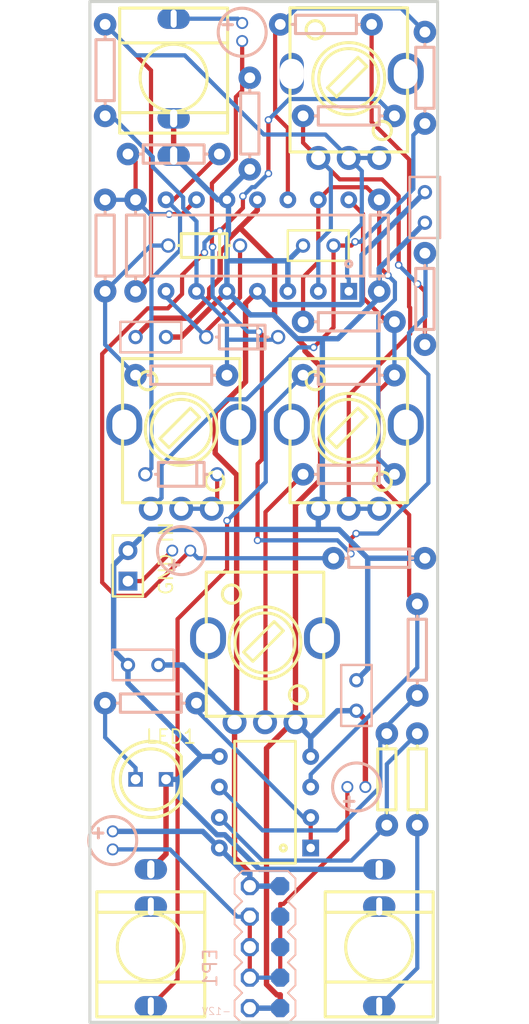
<source format=kicad_pcb>
(kicad_pcb (version 20171130) (host pcbnew "(5.1.5)-3") (page "A4") (layers (0 "F.Cu" signal) (31 "B.Cu" signal) (32 "B.Adhes" user) (33 "F.Adhes" user) (34 "B.Paste" user) (35 "F.Paste" user) (36 "B.SilkS" user) (37 "F.SilkS" user) (38 "B.Mask" user) (39 "F.Mask" user) (40 "Dwgs.User" user) (41 "Cmts.User" user) (42 "Eco1.User" user) (43 "Eco2.User" user) (44 "Edge.Cuts" user) (45 "Margin" user) (46 "B.CrtYd" user) (47 "F.CrtYd" user) (48 "B.Fab" user hide) (49 "F.Fab" user hide)) (net 0 "") (net 1 "-12V") (net 2 "12V") (net 3 "ATK_4") (net 4 "ATK_5") (net 5 "C1_2") (net 6 "C2_2") (net 7 "D2_C") (net 8 "D3_A") (net 9 "EP1_GND0") (net 10 "GAIN_4") (net 11 "GAIN_5") (net 12 "GND") (net 13 "H1_1") (net 14 "J1_3") (net 15 "LED") (net 16 "OFFSET_4") (net 17 "OFFSET_5") (net 18 "OUT") (net 19 "R10_2") (net 20 "R12_2") (net 21 "R13_2") (net 22 "R17_2") (net 23 "R18_2") (net 24 "R19_2") (net 25 "R7_2") (net 26 "REL_4") (net 27 "REL_5") (net 28 "U1_1") (net 29 "U1_13") (net 30 "U1_2") (net 31 "U1_6") (net 32 "U1_7") (net 33 "U1_8") (net 34 "U1_9") (net 35 "U2_1") (net 36 "U2_7") (segment (start 23.74 108.938) (end 22.456 108.938) (width 0.35) (layer "B.Cu") (net 6)) (segment (start 22.456 108.938) (end 18.133 113.261) (width 0.35) (layer "B.Cu") (net 6)) (segment (start 18.133 113.261) (end 16.515 113.261) (width 0.35) (layer "B.Cu") (net 6)) (segment (start 16.515 113.261) (end 11.058 118.718) (width 0.35) (layer "B.Cu") (net 6)) (segment (start 11.058 118.718) (end 11.058 121.474) (width 0.35) (layer "B.Cu") (net 6)) (segment (start 11.058 121.474) (end 10.16 122.372) (width 0.35) (layer "B.Cu") (net 6)) (segment (start 27.195 100.147) (end 27.653 100.147) (width 0.35) (layer "B.Cu") (net 6)) (segment (start 27.653 100.147) (end 32.056 95.744) (width 0.35) (layer "B.Cu") (net 6)) (segment (start 32.056 95.744) (end 32.056 91.261) (width 0.35) (layer "B.Cu") (net 6)) (segment (start 32.056 91.261) (end 33.02 90.297) (width 0.35) (layer "B.Cu") (net 6)) (segment (start 30.48 119.507) (end 29.132 118.159) (width 0.35) (layer "B.Cu") (net 29)) (segment (start 29.132 118.159) (end 29.132 106.335) (width 0.35) (layer "B.Cu") (net 29)) (segment (start 29.132 106.335) (end 30.52 104.947) (width 0.35) (layer "B.Cu") (net 29)) (segment (start 30.52 104.947) (end 30.52 103.519) (width 0.35) (layer "B.Cu") (net 29)) (segment (start 30.52 103.519) (end 29.938 102.937) (width 0.35) (layer "B.Cu") (net 29)) (segment (start 11.43 96.647) (end 12.599 97.816) (width 0.35) (layer "B.Cu") (net 33)) (segment (start 12.599 97.816) (end 12.599 100.834) (width 0.35) (layer "B.Cu") (net 33)) (segment (start 12.599 100.834) (end 10.213 103.22) (width 0.35) (layer "B.Cu") (net 33)) (segment (start 10.213 103.22) (end 10.213 118.997) (width 0.35) (layer "B.Cu") (net 33)) (segment (start 10.213 118.997) (end 9.703 119.507) (width 0.35) (layer "B.Cu") (net 33)) (segment (start 11.43 104.267) (end 11.43 104.724) (width 0.35) (layer "B.Cu") (net 32)) (segment (start 11.43 104.724) (end 14.783 108.077) (width 0.35) (layer "B.Cu") (net 32)) (segment (start 6.35 96.647) (end 8.89 96.647) (width 0.35) (layer "B.Cu") (net 34)) (segment (start 8.89 96.647) (end 10.084 97.841) (width 0.35) (layer "B.Cu") (net 34)) (segment (start 10.084 97.841) (end 11.684 97.841) (width 0.35) (layer "B.Cu") (net 34)) (segment (start 26.67 93.162) (end 27.758 94.25) (width 0.35) (layer "B.Cu") (net 28)) (segment (start 27.758 94.25) (end 27.758 98.648) (width 0.35) (layer "B.Cu") (net 28)) (segment (start 27.758 98.648) (end 26.534 99.873) (width 0.35) (layer "B.Cu") (net 28)) (segment (start 26.534 99.873) (end 26.534 103.081) (width 0.35) (layer "B.Cu") (net 28)) (segment (start 26.534 103.081) (end 26.67 103.218) (width 0.35) (layer "B.Cu") (net 28)) (segment (start 26.67 104.267) (end 26.67 103.218) (width 0.35) (layer "B.Cu") (net 28)) (segment (start 29.21 93.162) (end 26.67 93.162) (width 0.35) (layer "B.Cu") (net 28)) (segment (start 6.35 82.042) (end 8.926 84.618) (width 0.35) (layer "B.Cu") (net 28)) (segment (start 8.926 84.618) (end 12.992 84.618) (width 0.35) (layer "B.Cu") (net 28)) (segment (start 12.992 84.618) (end 19.585 91.211) (width 0.35) (layer "B.Cu") (net 28)) (segment (start 19.585 91.211) (end 24.719 91.211) (width 0.35) (layer "B.Cu") (net 28)) (segment (start 24.719 91.211) (end 26.67 93.162) (width 0.35) (layer "B.Cu") (net 28)) (segment (start 24.13 93.162) (end 25.175 94.207) (width 0.35) (layer "B.Cu") (net 30)) (segment (start 25.175 94.207) (end 25.175 99.121) (width 0.35) (layer "B.Cu") (net 30)) (segment (start 25.175 99.121) (end 24.13 100.166) (width 0.35) (layer "B.Cu") (net 30)) (segment (start 24.13 100.166) (end 24.13 104.267) (width 0.35) (layer "B.Cu") (net 30)) (segment (start 30.832 102.079) (end 32.406 103.653) (width 0.35) (layer "B.Cu") (net 30)) (segment (start 11.43 144.907) (end 12.441 144.907) (width 0.45) (layer "B.Cu") (net 12)) (segment (start 28.25 126.492) (end 33.02 126.492) (width 0.45) (layer "B.Cu") (net 12)) (segment (start 28.25 126.492) (end 28.25 135.707) (width 0.45) (layer "B.Cu") (net 12)) (segment (start 28.25 135.707) (end 27.305 136.652) (width 0.45) (layer "B.Cu") (net 12)) (segment (start 18.415 94.107) (end 16.51 96.012) (width 0.45) (layer "B.Cu") (net 12)) (segment (start 16.51 96.012) (end 16.51 96.647) (width 0.45) (layer "B.Cu") (net 12)) (segment (start 28.25 126.492) (end 25.851 124.093) (width 0.45) (layer "B.Cu") (net 12)) (segment (start 25.851 124.093) (end 24.13 124.093) (width 0.45) (layer "B.Cu") (net 12)) (segment (start 24.13 124.093) (end 10.019 124.093) (width 0.45) (layer "B.Cu") (net 12)) (segment (start 10.019 124.093) (end 8.255 125.857) (width 0.45) (layer "B.Cu") (net 12)) (segment (start 8.255 125.857) (end 7.062 127.05) (width 0.45) (layer "B.Cu") (net 12)) (segment (start 7.062 127.05) (end 7.062 134.189) (width 0.45) (layer "B.Cu") (net 12)) (segment (start 7.062 134.189) (end 8.255 135.382) (width 0.45) (layer "B.Cu") (net 12)) (segment (start 14.346 143.002) (end 8.255 136.911) (width 0.45) (layer "B.Cu") (net 12)) (segment (start 8.255 136.911) (end 8.255 135.382) (width 0.45) (layer "B.Cu") (net 12)) (segment (start 12.441 144.907) (end 14.346 143.002) (width 0.45) (layer "B.Cu") (net 12)) (segment (start 14.346 143.002) (end 15.875 143.002) (width 0.45) (layer "B.Cu") (net 12)) (segment (start 16.51 96.647) (end 15.745 96.647) (width 0.45) (layer "B.Cu") (net 12)) (segment (start 15.745 96.647) (end 12.065 92.967) (width 0.45) (layer "B.Cu") (net 12)) (segment (start 22.86 100.457) (end 21.59 101.727) (width 0.45) (layer "B.Cu") (net 12)) (segment (start 21.59 101.727) (end 21.59 104.267) (width 0.45) (layer "B.Cu") (net 12)) (segment (start 16.51 101.727) (end 21.59 101.727) (width 0.45) (layer "B.Cu") (net 12)) (segment (start 16.51 101.727) (end 16.51 104.267) (width 0.45) (layer "B.Cu") (net 12)) (segment (start 24.13 124.093) (end 24.13 122.372) (width 0.45) (layer "B.Cu") (net 12)) (segment (start 29.21 152.397) (end 19.212 152.397) (width 0.45) (layer "B.Cu") (net 12)) (segment (start 19.212 152.397) (end 16.332 149.518) (width 0.45) (layer "B.Cu") (net 12)) (segment (start 16.332 149.518) (end 15.683 149.518) (width 0.45) (layer "B.Cu") (net 12)) (segment (start 15.683 149.518) (end 12.441 146.276) (width 0.45) (layer "B.Cu") (net 12)) (segment (start 12.441 146.276) (end 12.441 144.907) (width 0.45) (layer "B.Cu") (net 12)) (segment (start 24.13 122.372) (end 24.465 122.038) (width 0.45) (layer "B.Cu") (net 12)) (segment (start 24.465 122.038) (end 24.465 108.213) (width 0.45) (layer "B.Cu") (net 12)) (segment (start 24.465 108.213) (end 25.764 108.213) (width 0.45) (layer "B.Cu") (net 12)) (segment (start 25.764 108.213) (end 29.21 104.767) (width 0.45) (layer "B.Cu") (net 12)) (segment (start 29.21 104.767) (end 29.21 104.267) (width 0.45) (layer "B.Cu") (net 12)) (segment (start 33.02 98.552) (end 29.21 102.362) (width 0.45) (layer "B.Cu") (net 12)) (segment (start 29.21 102.362) (end 29.21 104.267) (width 0.45) (layer "B.Cu") (net 12)) (segment (start 24.465 108.213) (end 22.363 108.213) (width 0.45) (layer "B.Cu") (net 12)) (segment (start 22.363 108.213) (end 20.38 106.23) (width 0.45) (layer "B.Cu") (net 12)) (segment (start 20.38 106.23) (end 18.473 106.23) (width 0.45) (layer "B.Cu") (net 12)) (segment (start 18.473 106.23) (end 16.51 104.267) (width 0.45) (layer "B.Cu") (net 12)) (segment (start 16.51 101.727) (end 16.51 99.674) (width 0.45) (layer "B.Cu") (net 12)) (segment (start 16.51 99.674) (end 16.636 99.548) (width 0.45) (layer "B.Cu") (net 12)) (segment (start 16.636 99.548) (end 16.636 96.773) (width 0.45) (layer "B.Cu") (net 12)) (segment (start 16.636 96.773) (end 16.51 96.647) (width 0.45) (layer "B.Cu") (net 12)) (segment (start 29.21 122.372) (end 26.67 122.372) (width 0.35) (layer "B.Cu") (net 25)) (segment (start 17.145 140.152) (end 17.145 139.693) (width 0.45) (layer "B.Cu") (net 2)) (segment (start 17.145 139.693) (end 12.834 135.382) (width 0.45) (layer "B.Cu") (net 2)) (segment (start 12.834 135.382) (end 10.795 135.382) (width 0.45) (layer "B.Cu") (net 2)) (segment (start 20.955 153.797) (end 18.415 153.797) (width 0.45) (layer "B.Cu") (net 2)) (segment (start 18.415 152.687) (end 17.94 152.687) (width 0.45) (layer "B.Cu") (net 2)) (segment (start 17.94 152.687) (end 15.875 150.622) (width 0.45) (layer "B.Cu") (net 2)) (segment (start 18.415 153.797) (end 18.415 152.687) (width 0.45) (layer "B.Cu") (net 2)) (segment (start 6.985 149.236) (end 14.489 149.236) (width 0.45) (layer "B.Cu") (net 2)) (segment (start 14.489 149.236) (end 15.875 150.622) (width 0.45) (layer "B.Cu") (net 2)) (segment (start 19.05 104.267) (end 20.159 105.376) (width 0.45) (layer "B.Cu") (net 2)) (segment (start 20.159 105.376) (end 27.603 105.376) (width 0.45) (layer "B.Cu") (net 2)) (segment (start 27.603 105.376) (end 27.774 105.206) (width 0.45) (layer "B.Cu") (net 2)) (segment (start 27.774 105.206) (end 27.774 101.258) (width 0.45) (layer "B.Cu") (net 2)) (segment (start 27.774 101.258) (end 33.02 96.012) (width 0.45) (layer "B.Cu") (net 2)) (segment (start 20.955 163.957) (end 18.415 163.957) (width 0.45) (layer "B.Cu") (net 1)) (segment (start 27.305 139.192) (end 25.725 139.192) (width 0.45) (layer "B.Cu") (net 1)) (segment (start 25.725 139.192) (end 23.495 141.422) (width 0.45) (layer "B.Cu") (net 1)) (segment (start 22.225 140.152) (end 23.495 141.422) (width 0.45) (layer "B.Cu") (net 1)) (segment (start 23.495 141.422) (end 23.495 143.002) (width 0.45) (layer "B.Cu") (net 1)) (segment (start 20.955 82.042) (end 22.296 80.701) (width 0.35) (layer "B.Cu") (net 18)) (segment (start 22.296 80.701) (end 31.044 80.701) (width 0.35) (layer "B.Cu") (net 18)) (segment (start 31.044 80.701) (end 33.02 82.677) (width 0.35) (layer "B.Cu") (net 18)) (segment (start 32.385 130.302) (end 32.385 135.603) (width 0.35) (layer "B.Cu") (net 15)) (segment (start 32.385 135.603) (end 23.495 144.493) (width 0.35) (layer "B.Cu") (net 15)) (segment (start 23.495 144.493) (end 23.495 145.542) (width 0.35) (layer "B.Cu") (net 15)) (segment (start 30.48 106.807) (end 30.48 111.252) (width 0.35) (layer "B.Cu") (net 15)) (segment (start 13.97 138.557) (end 13.97 139.146) (width 0.35) (layer "B.Cu") (net 35)) (segment (start 13.97 139.146) (end 22.906 148.082) (width 0.35) (layer "B.Cu") (net 35)) (segment (start 22.906 148.082) (end 23.495 148.082) (width 0.35) (layer "B.Cu") (net 35)) (segment (start 32.385 137.922) (end 29.845 140.462) (width 0.35) (layer "B.Cu") (net 22)) (segment (start 29.845 140.462) (end 29.845 141.097) (width 0.35) (layer "B.Cu") (net 22)) (segment (start 29.845 141.097) (end 29.302 141.64) (width 0.35) (layer "B.Cu") (net 22)) (segment (start 29.302 141.64) (end 29.302 145.53) (width 0.35) (layer "B.Cu") (net 22)) (segment (start 29.302 145.53) (end 25.675 149.157) (width 0.35) (layer "B.Cu") (net 22)) (segment (start 25.675 149.157) (end 19.49 149.157) (width 0.35) (layer "B.Cu") (net 22)) (segment (start 19.49 149.157) (end 15.875 145.542) (width 0.35) (layer "B.Cu") (net 22)) (segment (start 32.385 141.097) (end 29.845 143.637) (width 0.35) (layer "B.Cu") (net 36)) (segment (start 29.845 143.637) (end 29.845 148.717) (width 0.35) (layer "B.Cu") (net 36)) (segment (start 29.845 148.717) (end 26.895 151.667) (width 0.35) (layer "B.Cu") (net 36)) (segment (start 26.895 151.667) (end 19.46 151.667) (width 0.35) (layer "B.Cu") (net 36)) (segment (start 19.46 151.667) (end 15.875 148.082) (width 0.35) (layer "B.Cu") (net 36)) (segment (start 6.35 104.267) (end 10.16 100.457) (width 0.35) (layer "B.Cu") (net 8)) (segment (start 10.16 100.457) (end 11.608 100.457) (width 0.35) (layer "B.Cu") (net 8)) (segment (start 8.89 111.252) (end 6.35 108.712) (width 0.35) (layer "B.Cu") (net 8)) (segment (start 6.35 108.712) (end 6.35 104.267) (width 0.35) (layer "B.Cu") (net 8)) (segment (start 19.063 125.003) (end 25.732 125.003) (width 0.35) (layer "B.Cu") (net 5)) (segment (start 25.732 125.003) (end 26.846 126.117) (width 0.35) (layer "B.Cu") (net 5)) (segment (start 27.283 124.436) (end 29.101 124.436) (width 0.35) (layer "B.Cu") (net 5)) (segment (start 29.101 124.436) (end 33.309 120.229) (width 0.35) (layer "B.Cu") (net 5)) (segment (start 33.309 120.229) (end 33.309 111.218) (width 0.35) (layer "B.Cu") (net 5)) (segment (start 33.309 111.218) (end 31.691 109.6) (width 0.35) (layer "B.Cu") (net 5)) (segment (start 31.691 109.6) (end 31.691 107.728) (width 0.35) (layer "B.Cu") (net 5)) (segment (start 31.691 107.728) (end 33.067 106.352) (width 0.35) (layer "B.Cu") (net 5)) (segment (start 33.067 106.352) (end 33.067 101.139) (width 0.35) (layer "B.Cu") (net 5)) (segment (start 33.067 101.139) (end 33.02 101.092) (width 0.35) (layer "B.Cu") (net 5)) (segment (start 19.17 107.629) (end 18.255 107.629) (width 0.35) (layer "B.Cu") (net 5)) (segment (start 18.255 107.629) (end 15.312 104.686) (width 0.35) (layer "B.Cu") (net 5)) (segment (start 15.312 104.686) (end 15.312 100.582) (width 0.35) (layer "B.Cu") (net 5)) (segment (start 12.065 81.567) (end 17.421 81.567) (width 0.35) (layer "B.Cu") (net 14)) (segment (start 17.421 81.567) (end 17.78 81.926) (width 0.35) (layer "B.Cu") (net 14)) (segment (start 29.21 163.797) (end 32.385 160.622) (width 0.35) (layer "B.Cu") (net 23)) (segment (start 32.385 160.622) (end 32.385 148.717) (width 0.35) (layer "B.Cu") (net 23)) (segment (start 8.89 143.95) (end 6.35 141.41) (width 0.35) (layer "B.Cu") (net 24)) (segment (start 6.35 141.41) (end 6.35 138.557) (width 0.35) (layer "B.Cu") (net 24)) (segment (start 8.89 144.907) (end 8.89 143.95) (width 0.35) (layer "B.Cu") (net 24)) (segment (start 22.86 111.252) (end 19.745 114.367) (width 0.35) (layer "B.Cu") (net 20)) (segment (start 19.745 114.367) (end 19.745 120.138) (width 0.35) (layer "B.Cu") (net 20)) (segment (start 19.745 120.138) (end 16.521 123.361) (width 0.35) (layer "B.Cu") (net 20)) (segment (start 15.24 122.372) (end 12.7 122.372) (width 0.35) (layer "B.Cu") (net 7)) (segment (start 20.955 161.417) (end 18.415 161.417) (width 0.35) (layer "B.Cu") (net 9)) (segment (start 17.36 156.337) (end 11.761 150.738) (width 0.35) (layer "B.Cu") (net 9)) (segment (start 11.761 150.738) (end 6.985 150.738) (width 0.35) (layer "B.Cu") (net 9)) (segment (start 18.415 156.337) (end 17.36 156.337) (width 0.35) (layer "B.Cu") (net 9)) (segment (start 25.4 126.492) (end 14.086 126.492) (width 0.35) (layer "B.Cu") (net 19)) (segment (start 14.086 126.492) (end 13.451 125.857) (width 0.35) (layer "B.Cu") (net 19)) (segment (start 19.968 89.999) (end 21.708 88.258) (width 0.35) (layer "B.Cu") (net 19)) (segment (start 21.708 88.258) (end 29.076 88.258) (width 0.35) (layer "B.Cu") (net 19)) (segment (start 29.076 88.258) (end 30.48 89.662) (width 0.35) (layer "B.Cu") (net 19)) (segment (start 17.841 96.347) (end 18.595 95.593) (width 0.35) (layer "B.Cu") (net 19)) (segment (start 18.595 95.593) (end 18.833 95.593) (width 0.35) (layer "B.Cu") (net 19)) (segment (start 18.833 95.593) (end 19.968 94.458) (width 0.35) (layer "B.Cu") (net 19)) (segment (start 15.915 99.25) (end 15.588 99.25) (width 0.35) (layer "B.Cu") (net 19)) (segment (start 15.588 99.25) (end 14.635 100.203) (width 0.35) (layer "B.Cu") (net 19)) (segment (start 14.635 100.203) (end 14.635 101.045) (width 0.35) (layer "B.Cu") (net 19)) (segment (start 16.51 108.294) (end 20.56 108.294) (width 0.35) (layer "B.Cu") (net 31)) (segment (start 20.56 108.294) (end 20.777 108.077) (width 0.35) (layer "B.Cu") (net 31)) (segment (start 16.51 111.252) (end 16.51 108.294) (width 0.35) (layer "B.Cu") (net 31)) (segment (start 16.51 108.294) (end 16.51 106.807) (width 0.35) (layer "B.Cu") (net 31)) (segment (start 16.51 106.807) (end 13.97 104.267) (width 0.35) (layer "B.Cu") (net 31)) (segment (start 6.35 89.662) (end 6.901 89.662) (width 0.35) (layer "B.Cu") (net 31)) (segment (start 6.901 89.662) (end 10.321 93.082) (width 0.35) (layer "B.Cu") (net 31)) (segment (start 10.321 93.082) (end 10.321 93.91) (width 0.35) (layer "B.Cu") (net 31)) (segment (start 10.321 93.91) (end 12.86 96.449) (width 0.35) (layer "B.Cu") (net 31)) (segment (start 12.86 96.449) (end 12.86 97.334) (width 0.35) (layer "B.Cu") (net 31)) (segment (start 12.86 97.334) (end 13.97 98.444) (width 0.35) (layer "B.Cu") (net 31)) (segment (start 13.97 98.444) (end 13.97 104.267) (width 0.35) (layer "B.Cu") (net 31)) (gr_line (start 5.08 80.137) (end 34.08 80.137) (width 0.254) (layer "Edge.Cuts")) (gr_line (start 34.08 80.137) (end 34.08 165.137) (width 0.254) (layer "Edge.Cuts")) (gr_line (start 34.08 165.137) (end 5.08 165.137) (width 0.254) (layer "Edge.Cuts")) (gr_line (start 5.08 165.137) (end 5.08 80.137) (width 0.254) (layer "Edge.Cuts")) (segment (start 27.195 100.147) (end 26.885 100.457) (width 0.35) (layer "F.Cu") (net 6)) (segment (start 26.885 100.457) (end 25.4 100.457) (width 0.35) (layer "F.Cu") (net 6)) (segment (start 25.4 100.457) (end 25.4 107.277) (width 0.35) (layer "F.Cu") (net 6)) (segment (start 25.4 107.277) (end 23.74 108.938) (width 0.35) (layer "F.Cu") (net 6)) (segment (start 22.86 106.807) (end 22.86 103.098) (width 0.35) (layer "F.Cu") (net 29)) (segment (start 22.86 103.098) (end 24.13 101.828) (width 0.35) (layer "F.Cu") (net 29)) (segment (start 24.13 101.828) (end 24.13 96.647) (width 0.35) (layer "F.Cu") (net 29)) (segment (start 24.13 96.647) (end 25.175 95.602) (width 0.35) (layer "F.Cu") (net 29)) (segment (start 25.175 95.602) (end 28.165 95.602) (width 0.35) (layer "F.Cu") (net 29)) (segment (start 28.165 95.602) (end 29.21 96.647) (width 0.35) (layer "F.Cu") (net 29)) (segment (start 29.21 96.647) (end 29.21 102.209) (width 0.35) (layer "F.Cu") (net 29)) (segment (start 29.21 102.209) (end 29.938 102.937) (width 0.35) (layer "F.Cu") (net 29)) (segment (start 15.875 92.837) (end 12.065 96.647) (width 0.35) (layer "F.Cu") (net 33)) (segment (start 12.065 96.647) (end 11.43 96.647) (width 0.35) (layer "F.Cu") (net 33)) (segment (start 17.602 100.457) (end 17.602 104.78) (width 0.35) (layer "F.Cu") (net 32)) (segment (start 17.602 104.78) (end 14.783 107.599) (width 0.35) (layer "F.Cu") (net 32)) (segment (start 14.783 107.599) (end 14.783 108.077) (width 0.35) (layer "F.Cu") (net 32)) (segment (start 8.255 92.837) (end 8.89 93.472) (width 0.35) (layer "F.Cu") (net 34)) (segment (start 8.89 93.472) (end 8.89 96.647) (width 0.35) (layer "F.Cu") (net 34)) (segment (start 11.684 97.841) (end 12.776 97.841) (width 0.35) (layer "F.Cu") (net 34)) (segment (start 12.776 97.841) (end 13.97 96.647) (width 0.35) (layer "F.Cu") (net 34)) (segment (start 6.35 82.042) (end 10.177 85.869) (width 0.35) (layer "F.Cu") (net 28)) (segment (start 10.177 85.869) (end 10.177 102.98) (width 0.35) (layer "F.Cu") (net 28)) (segment (start 10.177 102.98) (end 8.89 104.267) (width 0.35) (layer "F.Cu") (net 28)) (segment (start 22.86 89.662) (end 22.86 91.892) (width 0.35) (layer "F.Cu") (net 30)) (segment (start 22.86 91.892) (end 24.13 93.162) (width 0.35) (layer "F.Cu") (net 30)) (segment (start 24.13 93.162) (end 25.915 94.947) (width 0.35) (layer "F.Cu") (net 30)) (segment (start 25.915 94.947) (end 29.449 94.947) (width 0.35) (layer "F.Cu") (net 30)) (segment (start 29.449 94.947) (end 30.832 96.329) (width 0.35) (layer "F.Cu") (net 30)) (segment (start 30.832 96.329) (end 30.832 102.079) (width 0.35) (layer "F.Cu") (net 30)) (segment (start 33.02 108.712) (end 33.02 104.267) (width 0.35) (layer "F.Cu") (net 30)) (segment (start 33.02 104.267) (end 32.406 103.653) (width 0.35) (layer "F.Cu") (net 30)) (segment (start 10.16 152.397) (end 11.43 151.127) (width 0.45) (layer "F.Cu") (net 12)) (segment (start 11.43 151.127) (end 11.43 144.907) (width 0.45) (layer "F.Cu") (net 12)) (segment (start 12.065 92.967) (end 12.065 89.867) (width 0.45) (layer "F.Cu") (net 12)) (segment (start 11.43 108.077) (end 12.7 108.077) (width 0.45) (layer "F.Cu") (net 12)) (segment (start 12.7 108.077) (end 16.51 104.267) (width 0.45) (layer "F.Cu") (net 12)) (segment (start 28.575 82.042) (end 28.575 90.162) (width 0.35) (layer "F.Cu") (net 25)) (segment (start 28.575 90.162) (end 31.701 93.289) (width 0.35) (layer "F.Cu") (net 25)) (segment (start 31.701 93.289) (end 31.701 105.549) (width 0.35) (layer "F.Cu") (net 25)) (segment (start 31.701 105.549) (end 31.791 105.639) (width 0.35) (layer "F.Cu") (net 25)) (segment (start 31.791 105.639) (end 31.791 107.809) (width 0.35) (layer "F.Cu") (net 25)) (segment (start 31.791 107.809) (end 26.67 112.93) (width 0.35) (layer "F.Cu") (net 25)) (segment (start 26.67 112.93) (end 26.67 122.372) (width 0.35) (layer "F.Cu") (net 25)) (segment (start 18.415 153.797) (end 18.415 152.687) (width 0.45) (layer "F.Cu") (net 2)) (segment (start 18.415 152.687) (end 17.145 151.417) (width 0.45) (layer "F.Cu") (net 2)) (segment (start 17.145 151.417) (end 17.145 140.152) (width 0.45) (layer "F.Cu") (net 2)) (segment (start 19.05 104.267) (end 18.063 105.254) (width 0.45) (layer "F.Cu") (net 2)) (segment (start 18.063 105.254) (end 18.063 111.802) (width 0.45) (layer "F.Cu") (net 2)) (segment (start 18.063 111.802) (end 15.53 114.336) (width 0.45) (layer "F.Cu") (net 2)) (segment (start 15.53 114.336) (end 15.53 117.76) (width 0.45) (layer "F.Cu") (net 2)) (segment (start 15.53 117.76) (end 17.32 119.55) (width 0.45) (layer "F.Cu") (net 2)) (segment (start 17.32 119.55) (end 17.32 139.977) (width 0.45) (layer "F.Cu") (net 2)) (segment (start 17.32 139.977) (end 17.145 140.152) (width 0.45) (layer "F.Cu") (net 2)) (segment (start 20.955 163.957) (end 20.955 162.847) (width 0.45) (layer "F.Cu") (net 1)) (segment (start 28.056 145.542) (end 28.056 139.943) (width 0.45) (layer "F.Cu") (net 1)) (segment (start 28.056 139.943) (end 27.305 139.192) (width 0.45) (layer "F.Cu") (net 1)) (segment (start 20.955 162.847) (end 20.678 162.847) (width 0.45) (layer "F.Cu") (net 1)) (segment (start 20.678 162.847) (end 19.81 161.98) (width 0.45) (layer "F.Cu") (net 1)) (segment (start 19.81 161.98) (end 19.81 142.318) (width 0.45) (layer "F.Cu") (net 1)) (segment (start 19.81 142.318) (end 21.976 140.152) (width 0.45) (layer "F.Cu") (net 1)) (segment (start 21.976 140.152) (end 22.225 140.152) (width 0.45) (layer "F.Cu") (net 1)) (segment (start 19.05 96.647) (end 19.037 96.66) (width 0.45) (layer "F.Cu") (net 1)) (segment (start 19.037 96.66) (end 19.037 97.52) (width 0.45) (layer "F.Cu") (net 1)) (segment (start 19.037 97.52) (end 17.588 98.969) (width 0.45) (layer "F.Cu") (net 1)) (segment (start 17.588 98.969) (end 20.486 101.866) (width 0.45) (layer "F.Cu") (net 1)) (segment (start 20.486 101.866) (end 20.486 106.335) (width 0.45) (layer "F.Cu") (net 1)) (segment (start 20.486 106.335) (end 23.019 108.869) (width 0.45) (layer "F.Cu") (net 1)) (segment (start 23.019 108.869) (end 23.019 109.236) (width 0.45) (layer "F.Cu") (net 1)) (segment (start 23.019 109.236) (end 24.322 110.539) (width 0.45) (layer "F.Cu") (net 1)) (segment (start 24.322 110.539) (end 24.322 119.958) (width 0.45) (layer "F.Cu") (net 1)) (segment (start 24.322 119.958) (end 22.225 122.054) (width 0.45) (layer "F.Cu") (net 1)) (segment (start 22.225 122.054) (end 22.225 140.152) (width 0.45) (layer "F.Cu") (net 1)) (segment (start 8.89 108.077) (end 10.459 106.508) (width 0.45) (layer "F.Cu") (net 1)) (segment (start 10.459 106.508) (end 13.291 106.508) (width 0.45) (layer "F.Cu") (net 1)) (segment (start 13.291 106.508) (end 15.074 104.725) (width 0.45) (layer "F.Cu") (net 1)) (segment (start 15.074 104.725) (end 15.074 104.063) (width 0.45) (layer "F.Cu") (net 1)) (segment (start 15.074 104.063) (end 15.945 103.192) (width 0.45) (layer "F.Cu") (net 1)) (segment (start 15.945 103.192) (end 15.945 101.024) (width 0.45) (layer "F.Cu") (net 1)) (segment (start 15.945 101.024) (end 16.565 100.404) (width 0.45) (layer "F.Cu") (net 1)) (segment (start 16.565 100.404) (end 16.565 99.992) (width 0.45) (layer "F.Cu") (net 1)) (segment (start 16.565 99.992) (end 17.588 98.969) (width 0.45) (layer "F.Cu") (net 1)) (segment (start 21.59 96.647) (end 21.59 90.686) (width 0.35) (layer "F.Cu") (net 18)) (segment (start 21.59 90.686) (end 20.53 89.625) (width 0.35) (layer "F.Cu") (net 18)) (segment (start 20.53 89.625) (end 20.53 82.467) (width 0.35) (layer "F.Cu") (net 18)) (segment (start 20.53 82.467) (end 20.955 82.042) (width 0.35) (layer "F.Cu") (net 18)) (segment (start 32.385 130.302) (end 31.708 129.625) (width 0.35) (layer "F.Cu") (net 15)) (segment (start 31.708 129.625) (end 31.708 122.882) (width 0.35) (layer "F.Cu") (net 15)) (segment (start 31.708 122.882) (end 29.152 120.326) (width 0.35) (layer "F.Cu") (net 15)) (segment (start 29.152 120.326) (end 29.152 112.58) (width 0.35) (layer "F.Cu") (net 15)) (segment (start 29.152 112.58) (end 30.48 111.252) (width 0.35) (layer "F.Cu") (net 15)) (segment (start 30.48 106.807) (end 29.87 106.807) (width 0.35) (layer "F.Cu") (net 15)) (segment (start 29.87 106.807) (end 27.856 104.793) (width 0.35) (layer "F.Cu") (net 15)) (segment (start 27.856 104.793) (end 27.856 97.833) (width 0.35) (layer "F.Cu") (net 15)) (segment (start 27.856 97.833) (end 26.67 96.647) (width 0.35) (layer "F.Cu") (net 15)) (segment (start 23.495 148.082) (end 23.495 150.622) (width 0.35) (layer "F.Cu") (net 35)) (segment (start 18.415 86.487) (end 17.78 85.852) (width 0.35) (layer "F.Cu") (net 5)) (segment (start 17.78 85.852) (end 17.78 84.64) (width 0.35) (layer "F.Cu") (net 5)) (segment (start 17.78 84.64) (end 17.78 83.428) (width 0.35) (layer "F.Cu") (net 5)) (segment (start 27.283 124.436) (end 26.846 124.873) (width 0.35) (layer "F.Cu") (net 5)) (segment (start 26.846 124.873) (end 26.846 126.117) (width 0.35) (layer "F.Cu") (net 5)) (segment (start 19.17 107.629) (end 19.42 107.879) (width 0.35) (layer "F.Cu") (net 5)) (segment (start 19.42 107.879) (end 19.42 118.283) (width 0.35) (layer "F.Cu") (net 5)) (segment (start 19.42 118.283) (end 19.063 118.641) (width 0.35) (layer "F.Cu") (net 5)) (segment (start 19.063 118.641) (end 19.063 125.003) (width 0.35) (layer "F.Cu") (net 5)) (segment (start 17.78 84.64) (end 17.78 87.557) (width 0.35) (layer "F.Cu") (net 5)) (segment (start 17.78 87.557) (end 17.252 88.085) (width 0.35) (layer "F.Cu") (net 5)) (segment (start 17.252 88.085) (end 17.252 93.279) (width 0.35) (layer "F.Cu") (net 5)) (segment (start 17.252 93.279) (end 15.254 95.277) (width 0.35) (layer "F.Cu") (net 5)) (segment (start 15.254 95.277) (end 15.254 100.524) (width 0.35) (layer "F.Cu") (net 5)) (segment (start 15.254 100.524) (end 15.312 100.582) (width 0.35) (layer "F.Cu") (net 5)) (segment (start 8.255 128.397) (end 9.409 128.397) (width 0.35) (layer "F.Cu") (net 13)) (segment (start 9.409 128.397) (end 11.949 125.857) (width 0.35) (layer "F.Cu") (net 13)) (segment (start 19.685 140.152) (end 19.724 140.113) (width 0.35) (layer "F.Cu") (net 21)) (segment (start 19.724 140.113) (end 19.724 122.643) (width 0.35) (layer "F.Cu") (net 21)) (segment (start 19.724 122.643) (end 22.86 119.507) (width 0.35) (layer "F.Cu") (net 21)) (segment (start 10.16 163.797) (end 12.391 161.566) (width 0.35) (layer "F.Cu") (net 20)) (segment (start 12.391 161.566) (end 12.391 131.559) (width 0.35) (layer "F.Cu") (net 20)) (segment (start 12.391 131.559) (end 16.521 127.429) (width 0.35) (layer "F.Cu") (net 20)) (segment (start 16.521 127.429) (end 16.521 123.361) (width 0.35) (layer "F.Cu") (net 20)) (segment (start 15.24 122.372) (end 15.697 121.915) (width 0.35) (layer "F.Cu") (net 7)) (segment (start 15.697 121.915) (end 15.697 119.507) (width 0.35) (layer "F.Cu") (net 7)) (segment (start 20.955 161.417) (end 20.955 158.877) (width 0.35) (layer "F.Cu") (net 9)) (segment (start 18.415 161.417) (end 18.415 158.877) (width 0.35) (layer "F.Cu") (net 9)) (segment (start 18.415 158.877) (end 18.415 156.337) (width 0.35) (layer "F.Cu") (net 9)) (segment (start 20.955 156.337) (end 20.955 158.877) (width 0.35) (layer "F.Cu") (net 9)) (segment (start 20.955 155.282) (end 21.219 155.282) (width 0.35) (layer "F.Cu") (net 9)) (segment (start 21.219 155.282) (end 26.554 149.946) (width 0.35) (layer "F.Cu") (net 9)) (segment (start 26.554 149.946) (end 26.554 145.542) (width 0.35) (layer "F.Cu") (net 9)) (segment (start 20.955 156.337) (end 20.955 155.282) (width 0.35) (layer "F.Cu") (net 9)) (segment (start 15.915 99.25) (end 17.841 97.324) (width 0.35) (layer "F.Cu") (net 19)) (segment (start 17.841 97.324) (end 17.841 96.347) (width 0.35) (layer "F.Cu") (net 19)) (segment (start 19.968 89.999) (end 19.968 94.458) (width 0.35) (layer "F.Cu") (net 19)) (segment (start 13.451 125.857) (end 9.687 129.621) (width 0.35) (layer "F.Cu") (net 19)) (segment (start 9.687 129.621) (end 7.214 129.621) (width 0.35) (layer "F.Cu") (net 19)) (segment (start 7.214 129.621) (end 6.104 128.511) (width 0.35) (layer "F.Cu") (net 19)) (segment (start 6.104 128.511) (end 6.104 109.479) (width 0.35) (layer "F.Cu") (net 19)) (segment (start 6.104 109.479) (end 9.898 105.685) (width 0.35) (layer "F.Cu") (net 19)) (segment (start 9.898 105.685) (end 11.582 105.685) (width 0.35) (layer "F.Cu") (net 19)) (segment (start 11.582 105.685) (end 12.768 104.498) (width 0.35) (layer "F.Cu") (net 19)) (segment (start 12.768 104.498) (end 12.768 102.911) (width 0.35) (layer "F.Cu") (net 19)) (segment (start 12.768 102.911) (end 14.635 101.045) (width 0.35) (layer "F.Cu") (net 19)) (gr_text "GND IN" (at 11.43 129.667 90) (layer "F.SilkS") (effects (font (size 1.143 1.143) (thickness 0.152)) (justify left))) (module "easyeda:SEEED-DO-35" (layer "F.Cu") (at 17.78 108.077 180) (fp_text value "DIODE1N4148" (at -2.54 1.27 0) (layer "B.Fab") (effects (font (size 1.143 1.143) (thickness 0.152)) (justify left mirror))) (fp_text reference "D1" (at 0.254 -1.27 180) (layer "B.SilkS") hide (effects (font (size 1.143 1.143) (thickness 0.152)) (justify left mirror))) (fp_line (start 1.905 0.991) (end 1.905 -0.991) (width 0.254) (layer "B.SilkS")) (fp_line (start 1.905 -0.991) (end -1.295 -0.991) (width 0.254) (layer "B.SilkS")) (fp_line (start -1.295 -0.991) (end -1.905 -0.991) (width 0.254) (layer "B.SilkS")) (fp_line (start -1.905 -0.991) (end -1.905 0.991) (width 0.254) (layer "B.SilkS")) (fp_line (start -1.905 0.991) (end -1.295 0.991) (width 0.254) (layer "B.SilkS")) (fp_line (start -1.295 0.991) (end 1.905 0.991) (width 0.254) (layer "B.SilkS")) (fp_line (start -1.295 0.991) (end -1.295 -0.991) (width 0.254) (layer "B.SilkS")) (fp_line (start -1.905 0) (end -2.159 0) (width 0.254) (layer "B.SilkS")) (fp_line (start 1.905 0) (end 2.159 0) (width 0.254) (layer "B.SilkS")) (pad "A" thru_hole circle (at 2.997 0 0) (size 1.199 1.199) (layers "*.Cu" "*.Paste" "*.Mask") (drill 0.798) (net 32 "U1_7")) (pad "C" thru_hole circle (at -2.997 0 0) (size 1.199 1.199) (layers "*.Cu" "*.Paste" "*.Mask") (drill 0.798) (net 31 "U1_6")) (fp_text user gge65c46a3126b47b4c (at 0 0) (layer "Cmts.User") (effects (font (size 1 1) (thickness 0.15))))) (module "easyeda:SEEED-DO-35" (layer "F.Cu") (at 12.7 119.507 180) (fp_text value "DIODE1N4148" (at -1.905 1.27 0) (layer "B.Fab") (effects (font (size 0.9 0.9) (thickness 0.152)) (justify left mirror))) (fp_text reference "D2" (at 0.254 -1.27 180) (layer "B.SilkS") hide (effects (font (size 1.143 1.143) (thickness 0.152)) (justify left mirror))) (fp_line (start 1.905 0.991) (end 1.905 -0.991) (width 0.254) (layer "B.SilkS")) (fp_line (start 1.905 -0.991) (end -1.295 -0.991) (width 0.254) (layer "B.SilkS")) (fp_line (start -1.295 -0.991) (end -1.905 -0.991) (width 0.254) (layer "B.SilkS")) (fp_line (start -1.905 -0.991) (end -1.905 0.991) (width 0.254) (layer "B.SilkS")) (fp_line (start -1.905 0.991) (end -1.295 0.991) (width 0.254) (layer "B.SilkS")) (fp_line (start -1.295 0.991) (end 1.905 0.991) (width 0.254) (layer "B.SilkS")) (fp_line (start -1.295 0.991) (end -1.295 -0.991) (width 0.254) (layer "B.SilkS")) (fp_line (start -1.905 0) (end -2.159 0) (width 0.254) (layer "B.SilkS")) (fp_line (start 1.905 0) (end 2.159 0) (width 0.254) (layer "B.SilkS")) (pad "A" thru_hole circle (at 2.997 0 0) (size 1.199 1.199) (layers "*.Cu" "*.Paste" "*.Mask") (drill 0.798) (net 33 "U1_8")) (pad "C" thru_hole circle (at -2.997 0 0) (size 1.199 1.199) (layers "*.Cu" "*.Paste" "*.Mask") (drill 0.798) (net 7 "D2_C")) (fp_text user gge168ed0de2d921f16 (at 0 0) (layer "Cmts.User") (effects (font (size 1 1) (thickness 0.15))))) (module "easyeda:R_AXIAL-0.3" (layer "F.Cu") (at 8.89 100.457 90) (fp_text value "20k" (at -1.527 -0.333 -90) (layer "B.Fab") (effects (font (size 0.9 0.9) (thickness 0.152)) (justify left mirror))) (fp_text reference "R1" (at 0 -1.27 90) (layer "B.SilkS") hide (effects (font (size 1.143 1.143) (thickness 0.152)) (justify left mirror))) (fp_line (start 2.54 0) (end 2.794 0) (width 0.254) (layer "B.SilkS")) (fp_line (start -2.54 0) (end -2.794 0) (width 0.254) (layer "B.SilkS")) (fp_line (start 2.54 0) (end 2.54 -0.762) (width 0.254) (layer "B.SilkS")) (fp_line (start 2.54 0.762) (end 2.54 0) (width 0.254) (layer "B.SilkS")) (fp_line (start -2.54 0.762) (end 2.54 0.762) (width 0.254) (layer "B.SilkS")) (fp_line (start -2.54 0) (end -2.54 0.762) (width 0.254) (layer "B.SilkS")) (fp_line (start -2.54 -0.762) (end -2.54 0) (width 0.254) (layer "B.SilkS")) (fp_line (start 2.54 -0.762) (end -2.54 -0.762) (width 0.254) (layer "B.SilkS")) (pad 1 thru_hole circle (at 3.81 0 90) (size 1.88 1.88) (layers "*.Cu" "*.Paste" "*.Mask") (drill 0.899) (net 34 "U1_9")) (pad 2 thru_hole circle (at -3.81 0 90) (size 1.88 1.88) (layers "*.Cu" "*.Paste" "*.Mask") (drill 0.899) (net 28 "U1_1")) (fp_text user gge5c2a3afad1b81c90 (at 0 0) (layer "Cmts.User") (effects (font (size 1 1) (thickness 0.15))))) (module "easyeda:DIP14" (layer "F.Cu") (at 19.05 100.457) (fp_text value "TL074CJ" (at 4.445 0.635 0) (layer "B.Fab") (effects (font (size 1.143 1.143) (thickness 0.152)) (justify left mirror))) (fp_text reference "U1" (at 0 -5.08 0) (layer "B.SilkS") hide (effects (font (size 1.143 1.143) (thickness 0.152)) (justify left mirror))) (fp_line (start 8.89 2.54) (end -8.89 2.54) (width 0.229) (layer "B.SilkS")) (fp_line (start -8.89 2.54) (end -8.89 -2.54) (width 0.229) (layer "B.SilkS")) (fp_line (start -8.89 -2.54) (end 8.89 -2.54) (width 0.229) (layer "B.SilkS")) (fp_line (start 8.89 -2.54) (end 8.89 2.54) (width 0.229) (layer "B.SilkS")) (fp_circle (center 7.62 1.524) (end 7.874 1.524) (layer "B.SilkS") (width 0.254)) (pad 1 thru_hole rect (at 7.62 3.81 0) (size 1.397 1.397) (layers "*.Cu" "*.Paste" "*.Mask") (drill 0.711) (net 28 "U1_1")) (pad 2 thru_hole circle (at 5.08 3.81 0) (size 1.397 1.397) (layers "*.Cu" "*.Paste" "*.Mask") (drill 0.711) (net 30 "U1_2")) (pad 3 thru_hole circle (at 2.54 3.81 0) (size 1.397 1.397) (layers "*.Cu" "*.Paste" "*.Mask") (drill 0.711) (net 12 "GND")) (pad 4 thru_hole circle (at 0 3.81 0) (size 1.397 1.397) (layers "*.Cu" "*.Paste" "*.Mask") (drill 0.711) (net 2 "12V")) (pad 5 thru_hole circle (at -2.54 3.81 0) (size 1.397 1.397) (layers "*.Cu" "*.Paste" "*.Mask") (drill 0.711) (net 12 "GND")) (pad 6 thru_hole circle (at -5.08 3.81 0) (size 1.397 1.397) (layers "*.Cu" "*.Paste" "*.Mask") (drill 0.711) (net 31 "U1_6")) (pad 7 thru_hole circle (at -7.62 3.81 0) (size 1.397 1.397) (layers "*.Cu" "*.Paste" "*.Mask") (drill 0.711) (net 32 "U1_7")) (pad 8 thru_hole circle (at -7.62 -3.81 0) (size 1.397 1.397) (layers "*.Cu" "*.Paste" "*.Mask") (drill 0.711) (net 33 "U1_8")) (pad 9 thru_hole circle (at -5.08 -3.81 0) (size 1.397 1.397) (layers "*.Cu" "*.Paste" "*.Mask") (drill 0.711) (net 34 "U1_9")) (pad 10 thru_hole circle (at -2.54 -3.81 0) (size 1.397 1.397) (layers "*.Cu" "*.Paste" "*.Mask") (drill 0.711) (net 12 "GND")) (pad 11 thru_hole circle (at 0 -3.81 0) (size 1.397 1.397) (layers "*.Cu" "*.Paste" "*.Mask") (drill 0.711) (net 1 "-12V")) (pad 12 thru_hole circle (at 2.54 -3.81 0) (size 1.397 1.397) (layers "*.Cu" "*.Paste" "*.Mask") (drill 0.711) (net 18 "OUT")) (pad 13 thru_hole circle (at 5.08 -3.81 0) (size 1.397 1.397) (layers "*.Cu" "*.Paste" "*.Mask") (drill 0.711) (net 29 "U1_13")) (pad 14 thru_hole circle (at 7.62 -3.81 0) (size 1.397 1.397) (layers "*.Cu" "*.Paste" "*.Mask") (drill 0.711) (net 15 "LED")) (fp_text user gge00e6a3a369200b19 (at 0 0) (layer "Cmts.User") (effects (font (size 1 1) (thickness 0.15))))) (module "easyeda:DIP8" (layer "F.Cu") (at 19.685 146.812 90) (fp_text value "TL072IPE4" (at -5.459 0.635 90) (layer "F.Fab") (effects (font (size 1.143 1.143) (thickness 0.152)) (justify left))) (fp_text reference "U2" (at 0 -5.08 90) (layer "F.SilkS") hide (effects (font (size 1.143 1.143) (thickness 0.152)) (justify left))) (fp_line (start -5.08 2.54) (end 5.08 2.54) (width 0.229) (layer "F.SilkS")) (fp_line (start 5.08 2.54) (end 5.08 -2.54) (width 0.229) (layer "F.SilkS")) (fp_line (start 5.08 -2.54) (end -5.08 -2.54) (width 0.229) (layer "F.SilkS")) (fp_line (start -5.08 -2.54) (end -5.08 2.54) (width 0.229) (layer "F.SilkS")) (fp_circle (center -3.81 1.524) (end -3.556 1.524) (layer "F.SilkS") (width 0.254)) (pad 1 thru_hole rect (at -3.81 3.81 90) (size 1.397 1.397) (layers "*.Cu" "*.Paste" "*.Mask") (drill 0.711) (net 35 "U2_1")) (pad 2 thru_hole circle (at -1.27 3.81 90) (size 1.397 1.397) (layers "*.Cu" "*.Paste" "*.Mask") (drill 0.711) (net 35 "U2_1")) (pad 3 thru_hole circle (at 1.27 3.81 90) (size 1.397 1.397) (layers "*.Cu" "*.Paste" "*.Mask") (drill 0.711) (net 15 "LED")) (pad 4 thru_hole circle (at 3.81 3.81 90) (size 1.397 1.397) (layers "*.Cu" "*.Paste" "*.Mask") (drill 0.711) (net 1 "-12V")) (pad 5 thru_hole circle (at 3.81 -3.81 90) (size 1.397 1.397) (layers "*.Cu" "*.Paste" "*.Mask") (drill 0.711) (net 12 "GND")) (pad 6 thru_hole circle (at 1.27 -3.81 90) (size 1.397 1.397) (layers "*.Cu" "*.Paste" "*.Mask") (drill 0.711) (net 22 "R17_2")) (pad 7 thru_hole circle (at -1.27 -3.81 90) (size 1.397 1.397) (layers "*.Cu" "*.Paste" "*.Mask") (drill 0.711) (net 36 "U2_7")) (pad 8 thru_hole circle (at -3.81 -3.81 90) (size 1.397 1.397) (layers "*.Cu" "*.Paste" "*.Mask") (drill 0.711) (net 2 "12V")) (fp_text user gge1eb8d68cad1f7fc6 (at 0 0) (layer "Cmts.User") (effects (font (size 1 1) (thickness 0.15))))) (module "easyeda:CAP-D4.0×F1.5" (layer "F.Cu") (at 17.78 82.677 90) (fp_text value "4.7u" (at 1.27 -2.54 90) (layer "B.Fab") (effects (font (size 1.143 1.143) (thickness 0.152)) (justify left mirror))) (fp_text reference "C1" (at 0.095 -2.2 90) (layer "B.SilkS") hide (effects (font (size 1.143 1.143) (thickness 0.152)) (justify left mirror))) (fp_line (start 0.203 -1.196) (end 1.003 -1.196) (width 0.254) (layer "B.SilkS")) (fp_line (start 0.609 -0.815) (end 0.609 -1.615) (width 0.254) (layer "B.SilkS")) (fp_arc (start -0.015 0.001) (end 0.001 -1.999) (angle 359.054) (width 0.254) (layer "B.SilkS")) (pad 2 thru_hole circle (at -0.751 0 0) (size 1 1) (layers "*.Cu" "*.Paste" "*.Mask") (drill 0.7) (net 5 "C1_2")) (pad 1 thru_hole circle (at 0.751 0 0) (size 1 1) (layers "*.Cu" "*.Paste" "*.Mask") (drill 0.7) (net 14 "J1_3")) (fp_text user ggeb43fa030366e05ea (at 0 0) (layer "Cmts.User") (effects (font (size 1 1) (thickness 0.15))))) (module "easyeda:CAP-D4.0×F1.5" (layer "F.Cu") (at 12.7 125.857 180) (fp_text value "4.7u" (at -5.08 1.27 0) (layer "B.Fab") (effects (font (size 1.143 1.143) (thickness 0.152)) (justify left mirror))) (fp_text reference "C3" (at 0.095 -2.2 180) (layer "B.SilkS") hide (effects (font (size 1.143 1.143) (thickness 0.152)) (justify left mirror))) (fp_line (start 0.203 -1.196) (end 1.003 -1.196) (width 0.254) (layer "B.SilkS")) (fp_line (start 0.609 -0.815) (end 0.609 -1.615) (width 0.254) (layer "B.SilkS")) (fp_arc (start -0.015 0.001) (end 0.001 -1.999) (angle 359.054) (width 0.254) (layer "B.SilkS")) (pad 2 thru_hole circle (at -0.751 0 90) (size 1 1) (layers "*.Cu" "*.Paste" "*.Mask") (drill 0.7) (net 19 "R10_2")) (pad 1 thru_hole circle (at 0.751 0 90) (size 1 1) (layers "*.Cu" "*.Paste" "*.Mask") (drill 0.7) (net 13 "H1_1")) (fp_text user ggef10ddce59e3880b0 (at 0 0) (layer "Cmts.User") (effects (font (size 1 1) (thickness 0.15))))) (module "easyeda:CAP-D4.0×F1.5" (layer "F.Cu") (at 27.305 145.542 180) (fp_text value "10u" (at -1.27 2.54 0) (layer "B.Fab") (effects (font (size 1.143 1.143) (thickness 0.152)) (justify left mirror))) (fp_text reference "C5" (at 0 0 180) (layer "B.SilkS") hide (effects (font (size 1.143 1.143) (thickness 0.152)) (justify left mirror))) (fp_line (start 0.203 -1.196) (end 1.003 -1.196) (width 0.254) (layer "B.SilkS")) (fp_line (start 0.609 -0.815) (end 0.609 -1.615) (width 0.254) (layer "B.SilkS")) (fp_arc (start -0.015 0.001) (end 0.001 -1.999) (angle 359.054) (width 0.254) (layer "B.SilkS")) (pad 2 thru_hole circle (at -0.751 0 90) (size 1 1) (layers "*.Cu" "*.Paste" "*.Mask") (drill 0.7) (net 1 "-12V")) (pad 1 thru_hole circle (at 0.751 0 90) (size 1 1) (layers "*.Cu" "*.Paste" "*.Mask") (drill 0.7) (net 9 "EP1_GND0")) (fp_text user gged3a32a70cde6de7e (at 0 0) (layer "Cmts.User") (effects (font (size 1 1) (thickness 0.15))))) (module "easyeda:CAP-D4.0×F1.5" (layer "F.Cu") (at 6.985 149.987 90) (fp_text value "10u" (at 1.27 1.905 90) (layer "B.Fab") (effects (font (size 1.143 1.143) (thickness 0.152)) (justify left mirror))) (fp_text reference "C7" (at 0.095 -2.2 90) (layer "B.SilkS") hide (effects (font (size 1.143 1.143) (thickness 0.152)) (justify left mirror))) (fp_line (start 0.203 -1.196) (end 1.003 -1.196) (width 0.254) (layer "B.SilkS")) (fp_line (start 0.609 -0.815) (end 0.609 -1.615) (width 0.254) (layer "B.SilkS")) (fp_arc (start -0.015 0.001) (end 0.001 -1.999) (angle 359.054) (width 0.254) (layer "B.SilkS")) (pad 2 thru_hole circle (at -0.751 0 0) (size 1 1) (layers "*.Cu" "*.Paste" "*.Mask") (drill 0.7) (net 9 "EP1_GND0")) (pad 1 thru_hole circle (at 0.751 0 0) (size 1 1) (layers "*.Cu" "*.Paste" "*.Mask") (drill 0.7) (net 2 "12V")) (fp_text user ggeac9320446869e8bb (at 0 0) (layer "Cmts.User") (effects (font (size 1 1) (thickness 0.15))))) (module "easyeda:RAD-0.1" (layer "F.Cu") (at 10.16 108.077) (fp_text value "100n" (at -3.175 -1.27 90) (layer "B.Fab") (effects (font (size 1.143 1.143) (thickness 0.152)) (justify left mirror))) (fp_text reference "C4" (at 0.229 -1.854 0) (layer "B.SilkS") hide (effects (font (size 1.143 1.143) (thickness 0.152)) (justify left mirror))) (fp_line (start -2.537 -1.267) (end 2.543 -1.267) (width 0.201) (layer "B.SilkS")) (fp_line (start 2.543 -1.267) (end 2.543 1.273) (width 0.201) (layer "B.SilkS")) (fp_line (start 2.543 1.273) (end -2.537 1.273) (width 0.201) (layer "B.SilkS")) (fp_line (start -2.537 1.273) (end -2.537 -1.267) (width 0.201) (layer "B.SilkS")) (pad 1 thru_hole circle (at 1.27 0 0) (size 1.194 1.194) (layers "*.Cu" "*.Paste" "*.Mask") (drill 0.711) (net 12 "GND")) (pad 2 thru_hole circle (at -1.27 0 0) (size 1.194 1.194) (layers "*.Cu" "*.Paste" "*.Mask") (drill 0.711) (net 1 "-12V")) (fp_text user ggec612ac3dbe1908f2 (at 0 0) (layer "Cmts.User") (effects (font (size 1 1) (thickness 0.15))))) (module "easyeda:RAD-0.1" (layer "F.Cu") (at 33.02 97.282 -90) (fp_text value "100n" (at -2.54 1.27 90) (layer "B.Fab") (effects (font (size 1.143 1.143) (thickness 0.152)) (justify left mirror))) (fp_text reference "C6" (at 0.229 -1.854 -90) (layer "B.SilkS") hide (effects (font (size 1.143 1.143) (thickness 0.152)) (justify left mirror))) (fp_line (start -2.537 -1.267) (end 2.543 -1.267) (width 0.201) (layer "B.SilkS")) (fp_line (start 2.543 -1.267) (end 2.543 1.273) (width 0.201) (layer "B.SilkS")) (fp_line (start 2.543 1.273) (end -2.537 1.273) (width 0.201) (layer "B.SilkS")) (fp_line (start -2.537 1.273) (end -2.537 -1.267) (width 0.201) (layer "B.SilkS")) (pad 1 thru_hole circle (at 1.27 0 -90) (size 1.194 1.194) (layers "*.Cu" "*.Paste" "*.Mask") (drill 0.711) (net 12 "GND")) (pad 2 thru_hole circle (at -1.27 0 -90) (size 1.194 1.194) (layers "*.Cu" "*.Paste" "*.Mask") (drill 0.711) (net 2 "12V")) (fp_text user gged74f87caa8951aaa (at 0 0) (layer "Cmts.User") (effects (font (size 1 1) (thickness 0.15))))) (module "easyeda:RAD-0.1" (layer "F.Cu") (at 9.525 135.382 180) (fp_text value "100n" (at -1.27 1.905 0) (layer "B.Fab") (effects (font (size 1.143 1.143) (thickness 0.152)) (justify left mirror))) (fp_text reference "C8" (at 0.229 -1.854 180) (layer "B.SilkS") hide (effects (font (size 1.143 1.143) (thickness 0.152)) (justify left mirror))) (fp_line (start -2.537 -1.267) (end 2.543 -1.267) (width 0.201) (layer "B.SilkS")) (fp_line (start 2.543 -1.267) (end 2.543 1.273) (width 0.201) (layer "B.SilkS")) (fp_line (start 2.543 1.273) (end -2.537 1.273) (width 0.201) (layer "B.SilkS")) (fp_line (start -2.537 1.273) (end -2.537 -1.267) (width 0.201) (layer "B.SilkS")) (pad 1 thru_hole circle (at 1.27 0 180) (size 1.194 1.194) (layers "*.Cu" "*.Paste" "*.Mask") (drill 0.711) (net 12 "GND")) (pad 2 thru_hole circle (at -1.27 0 180) (size 1.194 1.194) (layers "*.Cu" "*.Paste" "*.Mask") (drill 0.711) (net 2 "12V")) (fp_text user ggefec5d4a921b80773 (at 0 0) (layer "Cmts.User") (effects (font (size 1 1) (thickness 0.15))))) (module "easyeda:RAD-0.1" (layer "F.Cu") (at 27.305 137.922 90) (fp_text value "100n" (at 1.41 -1.958 90) (layer "B.Fab") (effects (font (size 1.143 1.143) (thickness 0.152)) (justify left mirror))) (fp_text reference "C9" (at 0.229 -1.854 90) (layer "B.SilkS") hide (effects (font (size 1.143 1.143) (thickness 0.152)) (justify left mirror))) (fp_line (start -2.537 -1.267) (end 2.543 -1.267) (width 0.201) (layer "B.SilkS")) (fp_line (start 2.543 -1.267) (end 2.543 1.273) (width 0.201) (layer "B.SilkS")) (fp_line (start 2.543 1.273) (end -2.537 1.273) (width 0.201) (layer "B.SilkS")) (fp_line (start -2.537 1.273) (end -2.537 -1.267) (width 0.201) (layer "B.SilkS")) (pad 1 thru_hole circle (at 1.27 0 90) (size 1.194 1.194) (layers "*.Cu" "*.Paste" "*.Mask") (drill 0.711) (net 12 "GND")) (pad 2 thru_hole circle (at -1.27 0 90) (size 1.194 1.194) (layers "*.Cu" "*.Paste" "*.Mask") (drill 0.711) (net 1 "-12V")) (fp_text user ggec7f411791f6d1f6f (at 0 0) (layer "Cmts.User") (effects (font (size 1 1) (thickness 0.15))))) (module "easyeda:EURORACK_POWER_V2" (layer "F.Cu") (at 19.685 158.877 90) (fp_text value "EURORACK_POWERHEADER_V2" (at -25.364 -7.201 -90) (layer "B.Fab") hide (effects (font (size 1.143 1.143) (thickness 0.152)) (justify left mirror))) (fp_text reference "EP1" (at 0 -4.572 90) (layer "B.SilkS") (effects (font (size 1.143 1.143) (thickness 0.152)) (justify left mirror))) (fp_poly (pts (xy 2.794 1.524) (xy 2.286 1.524) (xy 2.286 1.016) (xy 2.794 1.016)) (layer "Cmts.User") (width 0)) (fp_poly (pts (xy 5.334 1.524) (xy 4.826 1.524) (xy 4.826 1.016) (xy 5.334 1.016)) (layer "Cmts.User") (width 0)) (fp_poly (pts (xy 0.254 1.524) (xy -0.254 1.524) (xy -0.254 1.016) (xy 0.254 1.016)) (layer "Cmts.User") (width 0)) (fp_poly (pts (xy -4.826 1.524) (xy -5.334 1.524) (xy -5.334 1.016) (xy -4.826 1.016)) (layer "Cmts.User") (width 0)) (fp_poly (pts (xy -2.286 1.524) (xy -2.794 1.524) (xy -2.794 1.016) (xy -2.286 1.016)) (layer "Cmts.User") (width 0)) (fp_poly (pts (xy 5.334 -1.016) (xy 4.826 -1.016) (xy 4.826 -1.524) (xy 5.334 -1.524)) (layer "Cmts.User") (width 0)) (fp_poly (pts (xy 2.794 -1.016) (xy 2.286 -1.016) (xy 2.286 -1.524) (xy 2.794 -1.524)) (layer "Cmts.User") (width 0)) (fp_poly (pts (xy 0.254 -1.016) (xy -0.254 -1.016) (xy -0.254 -1.524) (xy 0.254 -1.524)) (layer "Cmts.User") (width 0)) (fp_poly (pts (xy -2.286 -1.016) (xy -2.794 -1.016) (xy -2.794 -1.524) (xy -2.286 -1.524)) (layer "Cmts.User") (width 0)) (fp_poly (pts (xy -4.826 -1.016) (xy -5.334 -1.016) (xy -5.334 -1.524) (xy -4.826 -1.524)) (layer "Cmts.User") (width 0)) (fp_line (start -1.905 2.54) (end -1.27 1.905) (width 0.152) (layer "B.SilkS")) (fp_line (start -1.27 1.905) (end -0.635 2.54) (width 0.152) (layer "B.SilkS")) (fp_line (start -0.635 2.54) (end 0.635 2.54) (width 0.152) (layer "B.SilkS")) (fp_line (start 0.635 2.54) (end 1.27 1.905) (width 0.152) (layer "B.SilkS")) (fp_line (start 1.27 1.905) (end 1.905 2.54) (width 0.152) (layer "B.SilkS")) (fp_line (start 1.905 2.54) (end 3.175 2.54) (width 0.152) (layer "B.SilkS")) (fp_line (start 3.175 2.54) (end 3.81 1.905) (width 0.152) (layer "B.SilkS")) (fp_line (start 3.81 1.905) (end 4.445 2.54) (width 0.152) (layer "B.SilkS")) (fp_line (start 4.445 2.54) (end 5.715 2.54) (width 0.152) (layer "B.SilkS")) (fp_line (start 5.715 2.54) (end 6.35 1.905) (width 0.152) (layer "B.SilkS")) (fp_line (start 6.35 1.905) (end 6.35 -1.905) (width 0.152) (layer "B.SilkS")) (fp_line (start 6.35 -1.905) (end 5.715 -2.54) (width 0.152) (layer "B.SilkS")) (fp_line (start 5.715 -2.54) (end 4.445 -2.54) (width 0.152) (layer "B.SilkS")) (fp_line (start 4.445 -2.54) (end 3.81 -1.905) (width 0.152) (layer "B.SilkS")) (fp_line (start 3.81 -1.905) (end 3.175 -2.54) (width 0.152) (layer "B.SilkS")) (fp_line (start 3.175 -2.54) (end 1.905 -2.54) (width 0.152) (layer "B.SilkS")) (fp_line (start 1.905 -2.54) (end 1.27 -1.905) (width 0.152) (layer "B.SilkS")) (fp_line (start 1.27 -1.905) (end 0.635 -2.54) (width 0.152) (layer "B.SilkS")) (fp_line (start 0.635 -2.54) (end -0.635 -2.54) (width 0.152) (layer "B.SilkS")) (fp_line (start -0.635 -2.54) (end -1.27 -1.905) (width 0.152) (layer "B.SilkS")) (fp_line (start -1.27 -1.905) (end -1.905 -2.54) (width 0.152) (layer "B.SilkS")) (fp_line (start -1.905 -2.54) (end -3.175 -2.54) (width 0.152) (layer "B.SilkS")) (fp_line (start -3.175 -2.54) (end -3.81 -1.905) (width 0.152) (layer "B.SilkS")) (fp_line (start -3.81 -1.905) (end -4.445 -2.54) (width 0.152) (layer "B.SilkS")) (fp_line (start -4.445 -2.54) (end -5.715 -2.54) (width 0.152) (layer "B.SilkS")) (fp_line (start -5.715 -2.54) (end -6.35 -1.905) (width 0.152) (layer "B.SilkS")) (fp_line (start -6.35 -1.905) (end -6.35 1.905) (width 0.152) (layer "B.SilkS")) (fp_line (start -6.35 1.905) (end -5.715 2.54) (width 0.152) (layer "B.SilkS")) (fp_line (start -5.715 2.54) (end -4.445 2.54) (width 0.152) (layer "B.SilkS")) (fp_line (start -4.445 2.54) (end -3.81 1.905) (width 0.152) (layer "B.SilkS")) (fp_line (start -3.81 1.905) (end -3.175 2.54) (width 0.152) (layer "B.SilkS")) (fp_line (start -3.175 2.54) (end -1.905 2.54) (width 0.152) (layer "B.SilkS")) (fp_text value "+12V" (at 4.826 -2.667 0) (layer "B.SilkS") (effects (font (size 0.61 0.61) (thickness 0.049)) (justify left mirror))) (fp_text value "GND" (at 2.276 -2.794 0) (layer "B.SilkS") (effects (font (size 0.61 0.61) (thickness 0.049)) (justify left mirror))) (fp_text value "GND" (at -0.264 -2.794 0) (layer "B.SilkS") (effects (font (size 0.61 0.61) (thickness 0.049)) (justify left mirror))) (fp_text value "GND" (at -2.804 -2.794 0) (layer "B.SilkS") (effects (font (size 0.61 0.61) (thickness 0.049)) (justify left mirror))) (fp_text value "-12V" (at -5.334 -2.794 0) (layer "B.SilkS") (effects (font (size 0.61 0.61) (thickness 0.049)) (justify left mirror))) (pad 12 thru_hole custom (at 5.08 -1.27 90) (size 1.408 1.408) (layers "*.Cu" "*.Paste" "*.Mask") (drill oval 1.016 1.021) (net 2 "12V") (primitives (gr_poly (pts (xy -0.704 -0.292) (xy -0.292 -0.704) (xy 0.292 -0.704) (xy 0.704 -0.292) (xy 0.704 0.292) (xy 0.292 0.704) (xy -0.292 0.704) (xy -0.704 0.292)) (width 0.1)))) (pad 12 thru_hole custom (at 5.08 1.27 90) (size 0.01 0.01) (layers "*.Cu" "*.Paste" "*.Mask") (drill oval 1.016 1.021) (net 2 "12V") (primitives (gr_poly (pts (xy -0.704 -0.292) (xy -0.292 -0.704) (xy 0.292 -0.704) (xy 0.704 -0.292) (xy 0.704 0.292) (xy 0.292 0.704) (xy -0.292 0.704) (xy -0.704 0.292)) (width 0.1)))) (pad -12 thru_hole custom (at -5.08 -1.27 90) (size 1.408 1.408) (layers "*.Cu" "*.Paste" "*.Mask") (drill oval 1.016 1.021) (net 1 "-12V") (primitives (gr_poly (pts (xy -0.704 -0.292) (xy -0.292 -0.704) (xy 0.292 -0.704) (xy 0.704 -0.292) (xy 0.704 0.292) (xy 0.292 0.704) (xy -0.292 0.704) (xy -0.704 0.292)) (width 0.1)))) (pad -12 thru_hole custom (at -5.08 1.27 90) (size 0.01 0.01) (layers "*.Cu" "*.Paste" "*.Mask") (drill oval 1.016 1.021) (net 1 "-12V") (primitives (gr_poly (pts (xy -0.704 -0.292) (xy -0.292 -0.704) (xy 0.292 -0.704) (xy 0.704 -0.292) (xy 0.704 0.292) (xy 0.292 0.704) (xy -0.292 0.704) (xy -0.704 0.292)) (width 0.1)))) (pad "GND0" thru_hole custom (at 2.54 -1.27 90) (size 1.408 1.408) (layers "*.Cu" "*.Paste" "*.Mask") (drill oval 1.016 1.021) (net 9 "EP1_GND0") (primitives (gr_poly (pts (xy -0.704 -0.292) (xy -0.292 -0.704) (xy 0.292 -0.704) (xy 0.704 -0.292) (xy 0.704 0.292) (xy 0.292 0.704) (xy -0.292 0.704) (xy -0.704 0.292)) (width 0.1)))) (pad "GND1" thru_hole custom (at 2.54 1.27 0) (size 0.01 0.01) (layers "*.Cu" "*.Paste" "*.Mask") (drill oval 1.016 1.021) (net 9 "EP1_GND0") (primitives (gr_poly (pts (xy -0.704 -0.292) (xy -0.292 -0.704) (xy 0.292 -0.704) (xy 0.704 -0.292) (xy 0.704 0.292) (xy 0.292 0.704) (xy -0.292 0.704) (xy -0.704 0.292)) (width 0.1)))) (pad "GND2" thru_hole custom (at 0 -1.27 90) (size 1.408 1.408) (layers "*.Cu" "*.Paste" "*.Mask") (drill oval 1.016 1.021) (net 9 "EP1_GND0") (primitives (gr_poly (pts (xy -0.704 -0.292) (xy -0.292 -0.704) (xy 0.292 -0.704) (xy 0.704 -0.292) (xy 0.704 0.292) (xy 0.292 0.704) (xy -0.292 0.704) (xy -0.704 0.292)) (width 0.1)))) (pad "GND3" thru_hole custom (at 0 1.27 90) (size 0.01 0.01) (layers "*.Cu" "*.Paste" "*.Mask") (drill oval 1.016 1.021) (net 9 "EP1_GND0") (primitives (gr_poly (pts (xy -0.704 -0.292) (xy -0.292 -0.704) (xy 0.292 -0.704) (xy 0.704 -0.292) (xy 0.704 0.292) (xy 0.292 0.704) (xy -0.292 0.704) (xy -0.704 0.292)) (width 0.1)))) (pad "GND4" thru_hole custom (at -2.54 -1.27 90) (size 1.408 1.408) (layers "*.Cu" "*.Paste" "*.Mask") (drill oval 1.016 1.021) (net 9 "EP1_GND0") (primitives (gr_poly (pts (xy -0.704 -0.292) (xy -0.292 -0.704) (xy 0.292 -0.704) (xy 0.704 -0.292) (xy 0.704 0.292) (xy 0.292 0.704) (xy -0.292 0.704) (xy -0.704 0.292)) (width 0.1)))) (pad "GND5" thru_hole custom (at -2.54 1.27 90) (size 0.01 0.01) (layers "*.Cu" "*.Paste" "*.Mask") (drill oval 1.016 1.021) (net 9 "EP1_GND0") (primitives (gr_poly (pts (xy -0.704 -0.292) (xy -0.292 -0.704) (xy 0.292 -0.704) (xy 0.704 -0.292) (xy 0.704 0.292) (xy 0.292 0.704) (xy -0.292 0.704) (xy -0.704 0.292)) (width 0.1)))) (fp_text user ggee9a444864460e27b (at 0 0) (layer "Cmts.User") (effects (font (size 1 1) (thickness 0.15))))) (module "easyeda:R_AXIAL-0.3" (layer "F.Cu") (at 12.065 92.837) (fp_text value "22k" (at 0.61 0.625 0) (layer "B.Fab") (effects (font (size 0.9 0.9) (thickness 0.152)) (justify left mirror))) (fp_text reference "R2" (at 0 -1.27 0) (layer "B.SilkS") hide (effects (font (size 1.143 1.143) (thickness 0.152)) (justify left mirror))) (fp_line (start 2.54 0) (end 2.794 0) (width 0.254) (layer "B.SilkS")) (fp_line (start -2.54 0) (end -2.794 0) (width 0.254) (layer "B.SilkS")) (fp_line (start 2.54 0) (end 2.54 -0.762) (width 0.254) (layer "B.SilkS")) (fp_line (start 2.54 0.762) (end 2.54 0) (width 0.254) (layer "B.SilkS")) (fp_line (start -2.54 0.762) (end 2.54 0.762) (width 0.254) (layer "B.SilkS")) (fp_line (start -2.54 0) (end -2.54 0.762) (width 0.254) (layer "B.SilkS")) (fp_line (start -2.54 -0.762) (end -2.54 0) (width 0.254) (layer "B.SilkS")) (fp_line (start 2.54 -0.762) (end -2.54 -0.762) (width 0.254) (layer "B.SilkS")) (pad 1 thru_hole circle (at 3.81 0 0) (size 1.88 1.88) (layers "*.Cu" "*.Paste" "*.Mask") (drill 0.899) (net 33 "U1_8")) (pad 2 thru_hole circle (at -3.81 0 0) (size 1.88 1.88) (layers "*.Cu" "*.Paste" "*.Mask") (drill 0.899) (net 34 "U1_9")) (fp_text user gge13f2a9c184db3b7f (at 0 0) (layer "Cmts.User") (effects (font (size 1 1) (thickness 0.15))))) (module "easyeda:R_AXIAL-0.3" (layer "F.Cu") (at 12.7 111.252 180) (fp_text value "10k" (at -1.158 -0.333 0) (layer "B.Fab") (effects (font (size 0.9 0.9) (thickness 0.152)) (justify left mirror))) (fp_text reference "R3" (at 0 -1.27 180) (layer "B.SilkS") hide (effects (font (size 1.143 1.143) (thickness 0.152)) (justify left mirror))) (fp_line (start 2.54 0) (end 2.794 0) (width 0.254) (layer "B.SilkS")) (fp_line (start -2.54 0) (end -2.794 0) (width 0.254) (layer "B.SilkS")) (fp_line (start 2.54 0) (end 2.54 -0.762) (width 0.254) (layer "B.SilkS")) (fp_line (start 2.54 0.762) (end 2.54 0) (width 0.254) (layer "B.SilkS")) (fp_line (start -2.54 0.762) (end 2.54 0.762) (width 0.254) (layer "B.SilkS")) (fp_line (start -2.54 0) (end -2.54 0.762) (width 0.254) (layer "B.SilkS")) (fp_line (start -2.54 -0.762) (end -2.54 0) (width 0.254) (layer "B.SilkS")) (fp_line (start 2.54 -0.762) (end -2.54 -0.762) (width 0.254) (layer "B.SilkS")) (pad 1 thru_hole circle (at 3.81 0 180) (size 1.88 1.88) (layers "*.Cu" "*.Paste" "*.Mask") (drill 0.899) (net 8 "D3_A")) (pad 2 thru_hole circle (at -3.81 0 180) (size 1.88 1.88) (layers "*.Cu" "*.Paste" "*.Mask") (drill 0.899) (net 31 "U1_6")) (fp_text user ggec952ff77eb51bc3a (at 0 0) (layer "Cmts.User") (effects (font (size 1 1) (thickness 0.15))))) (module "easyeda:R_AXIAL-0.3" (layer "F.Cu") (at 33.02 104.902 -90) (fp_text value "47k" (at -1.567 -0.333 90) (layer "B.Fab") (effects (font (size 0.9 0.9) (thickness 0.152)) (justify left mirror))) (fp_text reference "R4" (at 0 -1.27 -90) (layer "B.SilkS") hide (effects (font (size 1.143 1.143) (thickness 0.152)) (justify left mirror))) (fp_line (start 2.54 0) (end 2.794 0) (width 0.254) (layer "B.SilkS")) (fp_line (start -2.54 0) (end -2.794 0) (width 0.254) (layer "B.SilkS")) (fp_line (start 2.54 0) (end 2.54 -0.762) (width 0.254) (layer "B.SilkS")) (fp_line (start 2.54 0.762) (end 2.54 0) (width 0.254) (layer "B.SilkS")) (fp_line (start -2.54 0.762) (end 2.54 0.762) (width 0.254) (layer "B.SilkS")) (fp_line (start -2.54 0) (end -2.54 0.762) (width 0.254) (layer "B.SilkS")) (fp_line (start -2.54 -0.762) (end -2.54 0) (width 0.254) (layer "B.SilkS")) (fp_line (start 2.54 -0.762) (end -2.54 -0.762) (width 0.254) (layer "B.SilkS")) (pad 1 thru_hole circle (at 3.81 0 -90) (size 1.88 1.88) (layers "*.Cu" "*.Paste" "*.Mask") (drill 0.899) (net 30 "U1_2")) (pad 2 thru_hole circle (at -3.81 0 -90) (size 1.88 1.88) (layers "*.Cu" "*.Paste" "*.Mask") (drill 0.899) (net 5 "C1_2")) (fp_text user gge2afd1e997c4c79a5 (at 0 0) (layer "Cmts.User") (effects (font (size 1 1) (thickness 0.15))))) (module "easyeda:R_AXIAL-0.3" (layer "F.Cu") (at 33.02 86.487 90) (fp_text value "1k" (at 0.61 0.625 90) (layer "B.Fab") (effects (font (size 0.9 0.9) (thickness 0.152)) (justify left mirror))) (fp_text reference "R5" (at 0 -1.27 90) (layer "B.SilkS") hide (effects (font (size 1.143 1.143) (thickness 0.152)) (justify left mirror))) (fp_line (start 2.54 0) (end 2.794 0) (width 0.254) (layer "B.SilkS")) (fp_line (start -2.54 0) (end -2.794 0) (width 0.254) (layer "B.SilkS")) (fp_line (start 2.54 0) (end 2.54 -0.762) (width 0.254) (layer "B.SilkS")) (fp_line (start 2.54 0.762) (end 2.54 0) (width 0.254) (layer "B.SilkS")) (fp_line (start -2.54 0.762) (end 2.54 0.762) (width 0.254) (layer "B.SilkS")) (fp_line (start -2.54 0) (end -2.54 0.762) (width 0.254) (layer "B.SilkS")) (fp_line (start -2.54 -0.762) (end -2.54 0) (width 0.254) (layer "B.SilkS")) (fp_line (start 2.54 -0.762) (end -2.54 -0.762) (width 0.254) (layer "B.SilkS")) (pad 1 thru_hole circle (at 3.81 0 90) (size 1.88 1.88) (layers "*.Cu" "*.Paste" "*.Mask") (drill 0.899) (net 18 "OUT")) (pad 2 thru_hole circle (at -3.81 0 90) (size 1.88 1.88) (layers "*.Cu" "*.Paste" "*.Mask") (drill 0.899) (net 6 "C2_2")) (fp_text user gge71f6767bc93ed09c (at 0 0) (layer "Cmts.User") (effects (font (size 1 1) (thickness 0.15))))) (module "easyeda:R_AXIAL-0.3" (layer "F.Cu") (at 18.415 90.297 90) (fp_text value "1M" (at -0.521 -0.333 -90) (layer "B.Fab") (effects (font (size 0.9 0.9) (thickness 0.152)) (justify left mirror))) (fp_text reference "R6" (at 0 -1.27 90) (layer "B.SilkS") hide (effects (font (size 1.143 1.143) (thickness 0.152)) (justify left mirror))) (fp_line (start 2.54 0) (end 2.794 0) (width 0.254) (layer "B.SilkS")) (fp_line (start -2.54 0) (end -2.794 0) (width 0.254) (layer "B.SilkS")) (fp_line (start 2.54 0) (end 2.54 -0.762) (width 0.254) (layer "B.SilkS")) (fp_line (start 2.54 0.762) (end 2.54 0) (width 0.254) (layer "B.SilkS")) (fp_line (start -2.54 0.762) (end 2.54 0.762) (width 0.254) (layer "B.SilkS")) (fp_line (start -2.54 0) (end -2.54 0.762) (width 0.254) (layer "B.SilkS")) (fp_line (start -2.54 -0.762) (end -2.54 0) (width 0.254) (layer "B.SilkS")) (fp_line (start 2.54 -0.762) (end -2.54 -0.762) (width 0.254) (layer "B.SilkS")) (pad 1 thru_hole circle (at 3.81 0 90) (size 1.88 1.88) (layers "*.Cu" "*.Paste" "*.Mask") (drill 0.899) (net 5 "C1_2")) (pad 2 thru_hole circle (at -3.81 0 90) (size 1.88 1.88) (layers "*.Cu" "*.Paste" "*.Mask") (drill 0.899) (net 12 "GND")) (fp_text user ggecb1d1b562ee2d69d (at 0 0) (layer "Cmts.User") (effects (font (size 1 1) (thickness 0.15))))) (module "easyeda:R_AXIAL-0.3" (layer "F.Cu") (at 24.765 82.042 180) (fp_text value "10k" (at -1.158 -0.333 0) (layer "B.Fab") (effects (font (size 0.9 0.9) (thickness 0.152)) (justify left mirror))) (fp_text reference "R7" (at 0 -1.27 180) (layer "B.SilkS") hide (effects (font (size 1.143 1.143) (thickness 0.152)) (justify left mirror))) (fp_line (start 2.54 0) (end 2.794 0) (width 0.254) (layer "B.SilkS")) (fp_line (start -2.54 0) (end -2.794 0) (width 0.254) (layer "B.SilkS")) (fp_line (start 2.54 0) (end 2.54 -0.762) (width 0.254) (layer "B.SilkS")) (fp_line (start 2.54 0.762) (end 2.54 0) (width 0.254) (layer "B.SilkS")) (fp_line (start -2.54 0.762) (end 2.54 0.762) (width 0.254) (layer "B.SilkS")) (fp_line (start -2.54 0) (end -2.54 0.762) (width 0.254) (layer "B.SilkS")) (fp_line (start -2.54 -0.762) (end -2.54 0) (width 0.254) (layer "B.SilkS")) (fp_line (start 2.54 -0.762) (end -2.54 -0.762) (width 0.254) (layer "B.SilkS")) (pad 1 thru_hole circle (at 3.81 0 180) (size 1.88 1.88) (layers "*.Cu" "*.Paste" "*.Mask") (drill 0.899) (net 18 "OUT")) (pad 2 thru_hole circle (at -3.81 0 180) (size 1.88 1.88) (layers "*.Cu" "*.Paste" "*.Mask") (drill 0.899) (net 25 "R7_2")) (fp_text user gged97548afc3aeb002 (at 0 0) (layer "Cmts.User") (effects (font (size 1 1) (thickness 0.15))))) (module "easyeda:R_AXIAL-0.3" (layer "F.Cu") (at 6.35 85.852 -90) (fp_text value "10k" (at 0.61 0.625 -90) (layer "B.Fab") (effects (font (size 0.9 0.9) (thickness 0.152)) (justify left mirror))) (fp_text reference "R8" (at 0 -1.27 -90) (layer "B.SilkS") hide (effects (font (size 1.143 1.143) (thickness 0.152)) (justify left mirror))) (fp_line (start 2.54 0) (end 2.794 0) (width 0.254) (layer "B.SilkS")) (fp_line (start -2.54 0) (end -2.794 0) (width 0.254) (layer "B.SilkS")) (fp_line (start 2.54 0) (end 2.54 -0.762) (width 0.254) (layer "B.SilkS")) (fp_line (start 2.54 0.762) (end 2.54 0) (width 0.254) (layer "B.SilkS")) (fp_line (start -2.54 0.762) (end 2.54 0.762) (width 0.254) (layer "B.SilkS")) (fp_line (start -2.54 0) (end -2.54 0.762) (width 0.254) (layer "B.SilkS")) (fp_line (start -2.54 -0.762) (end -2.54 0) (width 0.254) (layer "B.SilkS")) (fp_line (start 2.54 -0.762) (end -2.54 -0.762) (width 0.254) (layer "B.SilkS")) (pad 1 thru_hole circle (at 3.81 0 -90) (size 1.88 1.88) (layers "*.Cu" "*.Paste" "*.Mask") (drill 0.899) (net 31 "U1_6")) (pad 2 thru_hole circle (at -3.81 0 -90) (size 1.88 1.88) (layers "*.Cu" "*.Paste" "*.Mask") (drill 0.899) (net 28 "U1_1")) (fp_text user ggeee31dfe1dc07242e (at 0 0) (layer "Cmts.User") (effects (font (size 1 1) (thickness 0.15))))) (module "easyeda:R_AXIAL-0.3" (layer "F.Cu") (at 6.35 100.457 90) (fp_text value "10k" (at -1.158 -0.333 -90) (layer "B.Fab") (effects (font (size 0.9 0.9) (thickness 0.152)) (justify left mirror))) (fp_text reference "R9" (at 0 -1.27 90) (layer "B.SilkS") hide (effects (font (size 1.143 1.143) (thickness 0.152)) (justify left mirror))) (fp_line (start 2.54 0) (end 2.794 0) (width 0.254) (layer "B.SilkS")) (fp_line (start -2.54 0) (end -2.794 0) (width 0.254) (layer "B.SilkS")) (fp_line (start 2.54 0) (end 2.54 -0.762) (width 0.254) (layer "B.SilkS")) (fp_line (start 2.54 0.762) (end 2.54 0) (width 0.254) (layer "B.SilkS")) (fp_line (start -2.54 0.762) (end 2.54 0.762) (width 0.254) (layer "B.SilkS")) (fp_line (start -2.54 0) (end -2.54 0.762) (width 0.254) (layer "B.SilkS")) (fp_line (start -2.54 -0.762) (end -2.54 0) (width 0.254) (layer "B.SilkS")) (fp_line (start 2.54 -0.762) (end -2.54 -0.762) (width 0.254) (layer "B.SilkS")) (pad 1 thru_hole circle (at 3.81 0 90) (size 1.88 1.88) (layers "*.Cu" "*.Paste" "*.Mask") (drill 0.899) (net 34 "U1_9")) (pad 2 thru_hole circle (at -3.81 0 90) (size 1.88 1.88) (layers "*.Cu" "*.Paste" "*.Mask") (drill 0.899) (net 8 "D3_A")) (fp_text user ggefb2993553d28e0b3 (at 0 0) (layer "Cmts.User") (effects (font (size 1 1) (thickness 0.15))))) (module "easyeda:R_AXIAL-0.3" (layer "F.Cu") (at 26.67 89.662 180) (fp_text value "10k" (at -1.158 -0.333 0) (layer "B.Fab") (effects (font (size 0.9 0.9) (thickness 0.152)) (justify left mirror))) (fp_text reference "R10" (at 0 -1.27 180) (layer "B.SilkS") hide (effects (font (size 1.143 1.143) (thickness 0.152)) (justify left mirror))) (fp_line (start 2.54 0) (end 2.794 0) (width 0.254) (layer "B.SilkS")) (fp_line (start -2.54 0) (end -2.794 0) (width 0.254) (layer "B.SilkS")) (fp_line (start 2.54 0) (end 2.54 -0.762) (width 0.254) (layer "B.SilkS")) (fp_line (start 2.54 0.762) (end 2.54 0) (width 0.254) (layer "B.SilkS")) (fp_line (start -2.54 0.762) (end 2.54 0.762) (width 0.254) (layer "B.SilkS")) (fp_line (start -2.54 0) (end -2.54 0.762) (width 0.254) (layer "B.SilkS")) (fp_line (start -2.54 -0.762) (end -2.54 0) (width 0.254) (layer "B.SilkS")) (fp_line (start 2.54 -0.762) (end -2.54 -0.762) (width 0.254) (layer "B.SilkS")) (pad 1 thru_hole circle (at 3.81 0 180) (size 1.88 1.88) (layers "*.Cu" "*.Paste" "*.Mask") (drill 0.899) (net 30 "U1_2")) (pad 2 thru_hole circle (at -3.81 0 180) (size 1.88 1.88) (layers "*.Cu" "*.Paste" "*.Mask") (drill 0.899) (net 19 "R10_2")) (fp_text user ggea2e9a47e1d447a4b (at 0 0) (layer "Cmts.User") (effects (font (size 1 1) (thickness 0.15))))) (module "easyeda:R_AXIAL-0.3" (layer "F.Cu") (at 29.21 126.492 180) (fp_text value "1M" (at -0.521 -0.333 0) (layer "B.Fab") (effects (font (size 0.9 0.9) (thickness 0.152)) (justify left mirror))) (fp_text reference "R11" (at 0 -1.27 180) (layer "B.SilkS") hide (effects (font (size 1.143 1.143) (thickness 0.152)) (justify left mirror))) (fp_line (start 2.54 0) (end 2.794 0) (width 0.254) (layer "B.SilkS")) (fp_line (start -2.54 0) (end -2.794 0) (width 0.254) (layer "B.SilkS")) (fp_line (start 2.54 0) (end 2.54 -0.762) (width 0.254) (layer "B.SilkS")) (fp_line (start 2.54 0.762) (end 2.54 0) (width 0.254) (layer "B.SilkS")) (fp_line (start -2.54 0.762) (end 2.54 0.762) (width 0.254) (layer "B.SilkS")) (fp_line (start -2.54 0) (end -2.54 0.762) (width 0.254) (layer "B.SilkS")) (fp_line (start -2.54 -0.762) (end -2.54 0) (width 0.254) (layer "B.SilkS")) (fp_line (start 2.54 -0.762) (end -2.54 -0.762) (width 0.254) (layer "B.SilkS")) (pad 1 thru_hole circle (at 3.81 0 180) (size 1.88 1.88) (layers "*.Cu" "*.Paste" "*.Mask") (drill 0.899) (net 19 "R10_2")) (pad 2 thru_hole circle (at -3.81 0 180) (size 1.88 1.88) (layers "*.Cu" "*.Paste" "*.Mask") (drill 0.899) (net 12 "GND")) (fp_text user gge929cf4924bea275f (at 0 0) (layer "Cmts.User") (effects (font (size 1 1) (thickness 0.15))))) (module "easyeda:R_AXIAL-0.3" (layer "F.Cu") (at 26.67 111.252) (fp_text value "1k" (at 0.61 0.625 0) (layer "B.Fab") (effects (font (size 0.9 0.9) (thickness 0.152)) (justify left mirror))) (fp_text reference "R12" (at 0 -1.27 0) (layer "B.SilkS") hide (effects (font (size 1.143 1.143) (thickness 0.152)) (justify left mirror))) (fp_line (start 2.54 0) (end 2.794 0) (width 0.254) (layer "B.SilkS")) (fp_line (start -2.54 0) (end -2.794 0) (width 0.254) (layer "B.SilkS")) (fp_line (start 2.54 0) (end 2.54 -0.762) (width 0.254) (layer "B.SilkS")) (fp_line (start 2.54 0.762) (end 2.54 0) (width 0.254) (layer "B.SilkS")) (fp_line (start -2.54 0.762) (end 2.54 0.762) (width 0.254) (layer "B.SilkS")) (fp_line (start -2.54 0) (end -2.54 0.762) (width 0.254) (layer "B.SilkS")) (fp_line (start -2.54 -0.762) (end -2.54 0) (width 0.254) (layer "B.SilkS")) (fp_line (start 2.54 -0.762) (end -2.54 -0.762) (width 0.254) (layer "B.SilkS")) (pad 1 thru_hole circle (at 3.81 0 0) (size 1.88 1.88) (layers "*.Cu" "*.Paste" "*.Mask") (drill 0.899) (net 15 "LED")) (pad 2 thru_hole circle (at -3.81 0 0) (size 1.88 1.88) (layers "*.Cu" "*.Paste" "*.Mask") (drill 0.899) (net 20 "R12_2")) (fp_text user ggec02fe0174508531e (at 0 0) (layer "Cmts.User") (effects (font (size 1 1) (thickness 0.15))))) (module "easyeda:R_AXIAL-0.3" (layer "F.Cu") (at 26.67 119.507) (fp_text value "10k" (at 0.61 0.625 0) (layer "B.Fab") (effects (font (size 0.9 0.9) (thickness 0.152)) (justify left mirror))) (fp_text reference "R13" (at 0 -1.27 0) (layer "B.SilkS") hide (effects (font (size 1.143 1.143) (thickness 0.152)) (justify left mirror))) (fp_line (start 2.54 0) (end 2.794 0) (width 0.254) (layer "B.SilkS")) (fp_line (start -2.54 0) (end -2.794 0) (width 0.254) (layer "B.SilkS")) (fp_line (start 2.54 0) (end 2.54 -0.762) (width 0.254) (layer "B.SilkS")) (fp_line (start 2.54 0.762) (end 2.54 0) (width 0.254) (layer "B.SilkS")) (fp_line (start -2.54 0.762) (end 2.54 0.762) (width 0.254) (layer "B.SilkS")) (fp_line (start -2.54 0) (end -2.54 0.762) (width 0.254) (layer "B.SilkS")) (fp_line (start -2.54 -0.762) (end -2.54 0) (width 0.254) (layer "B.SilkS")) (fp_line (start 2.54 -0.762) (end -2.54 -0.762) (width 0.254) (layer "B.SilkS")) (pad 1 thru_hole circle (at 3.81 0 0) (size 1.88 1.88) (layers "*.Cu" "*.Paste" "*.Mask") (drill 0.899) (net 29 "U1_13")) (pad 2 thru_hole circle (at -3.81 0 0) (size 1.88 1.88) (layers "*.Cu" "*.Paste" "*.Mask") (drill 0.899) (net 21 "R13_2")) (fp_text user gge068c2b8c93cafade (at 0 0) (layer "Cmts.User") (effects (font (size 1 1) (thickness 0.15))))) (module "easyeda:R_AXIAL-0.3" (layer "F.Cu") (at 26.67 106.807) (fp_text value "10k" (at 0.61 0.625 0) (layer "B.Fab") (effects (font (size 0.9 0.9) (thickness 0.152)) (justify left mirror))) (fp_text reference "R14" (at 0 -1.27 0) (layer "B.SilkS") hide (effects (font (size 1.143 1.143) (thickness 0.152)) (justify left mirror))) (fp_line (start 2.54 0) (end 2.794 0) (width 0.254) (layer "B.SilkS")) (fp_line (start -2.54 0) (end -2.794 0) (width 0.254) (layer "B.SilkS")) (fp_line (start 2.54 0) (end 2.54 -0.762) (width 0.254) (layer "B.SilkS")) (fp_line (start 2.54 0.762) (end 2.54 0) (width 0.254) (layer "B.SilkS")) (fp_line (start -2.54 0.762) (end 2.54 0.762) (width 0.254) (layer "B.SilkS")) (fp_line (start -2.54 0) (end -2.54 0.762) (width 0.254) (layer "B.SilkS")) (fp_line (start -2.54 -0.762) (end -2.54 0) (width 0.254) (layer "B.SilkS")) (fp_line (start 2.54 -0.762) (end -2.54 -0.762) (width 0.254) (layer "B.SilkS")) (pad 1 thru_hole circle (at 3.81 0 0) (size 1.88 1.88) (layers "*.Cu" "*.Paste" "*.Mask") (drill 0.899) (net 15 "LED")) (pad 2 thru_hole circle (at -3.81 0 0) (size 1.88 1.88) (layers "*.Cu" "*.Paste" "*.Mask") (drill 0.899) (net 29 "U1_13")) (fp_text user gge5c29a399c512aa44 (at 0 0) (layer "Cmts.User") (effects (font (size 1 1) (thickness 0.15))))) (module "easyeda:R_AXIAL-0.3" (layer "F.Cu") (at 29.21 100.457 90) (fp_text value "10k" (at 0.61 0.625 90) (layer "B.Fab") (effects (font (size 0.9 0.9) (thickness 0.152)) (justify left mirror))) (fp_text reference "R15" (at 0 -1.27 90) (layer "B.SilkS") hide (effects (font (size 1.143 1.143) (thickness 0.152)) (justify left mirror))) (fp_line (start 2.54 0) (end 2.794 0) (width 0.254) (layer "B.SilkS")) (fp_line (start -2.54 0) (end -2.794 0) (width 0.254) (layer "B.SilkS")) (fp_line (start 2.54 0) (end 2.54 -0.762) (width 0.254) (layer "B.SilkS")) (fp_line (start 2.54 0.762) (end 2.54 0) (width 0.254) (layer "B.SilkS")) (fp_line (start -2.54 0.762) (end 2.54 0.762) (width 0.254) (layer "B.SilkS")) (fp_line (start -2.54 0) (end -2.54 0.762) (width 0.254) (layer "B.SilkS")) (fp_line (start -2.54 -0.762) (end -2.54 0) (width 0.254) (layer "B.SilkS")) (fp_line (start 2.54 -0.762) (end -2.54 -0.762) (width 0.254) (layer "B.SilkS")) (pad 1 thru_hole circle (at 3.81 0 90) (size 1.88 1.88) (layers "*.Cu" "*.Paste" "*.Mask") (drill 0.899) (net 29 "U1_13")) (pad 2 thru_hole circle (at -3.81 0 90) (size 1.88 1.88) (layers "*.Cu" "*.Paste" "*.Mask") (drill 0.899) (net 12 "GND")) (fp_text user ggeaee15cdf96224e1c (at 0 0) (layer "Cmts.User") (effects (font (size 1 1) (thickness 0.15))))) (module "easyeda:R_AXIAL-0.3" (layer "F.Cu") (at 32.385 134.112 90) (fp_text value "10k" (at -1.158 -0.333 -90) (layer "B.Fab") (effects (font (size 0.9 0.9) (thickness 0.152)) (justify left mirror))) (fp_text reference "R17" (at 0 -1.27 90) (layer "B.SilkS") hide (effects (font (size 1.143 1.143) (thickness 0.152)) (justify left mirror))) (fp_line (start 2.54 0) (end 2.794 0) (width 0.254) (layer "B.SilkS")) (fp_line (start -2.54 0) (end -2.794 0) (width 0.254) (layer "B.SilkS")) (fp_line (start 2.54 0) (end 2.54 -0.762) (width 0.254) (layer "B.SilkS")) (fp_line (start 2.54 0.762) (end 2.54 0) (width 0.254) (layer "B.SilkS")) (fp_line (start -2.54 0.762) (end 2.54 0.762) (width 0.254) (layer "B.SilkS")) (fp_line (start -2.54 0) (end -2.54 0.762) (width 0.254) (layer "B.SilkS")) (fp_line (start -2.54 -0.762) (end -2.54 0) (width 0.254) (layer "B.SilkS")) (fp_line (start 2.54 -0.762) (end -2.54 -0.762) (width 0.254) (layer "B.SilkS")) (pad 1 thru_hole circle (at 3.81 0 90) (size 1.88 1.88) (layers "*.Cu" "*.Paste" "*.Mask") (drill 0.899) (net 15 "LED")) (pad 2 thru_hole circle (at -3.81 0 90) (size 1.88 1.88) (layers "*.Cu" "*.Paste" "*.Mask") (drill 0.899) (net 22 "R17_2")) (fp_text user ggeefdf94ca2e10961d (at 0 0) (layer "Cmts.User") (effects (font (size 1 1) (thickness 0.15))))) (module "easyeda:R_AXIAL-0.3" (layer "F.Cu") (at 10.16 138.557) (fp_text value "4.7k" (at 0.61 0.625 0) (layer "B.Fab") (effects (font (size 0.9 0.9) (thickness 0.152)) (justify left mirror))) (fp_text reference "R19" (at 0 -1.27 0) (layer "B.SilkS") hide (effects (font (size 1.143 1.143) (thickness 0.152)) (justify left mirror))) (fp_line (start 2.54 0) (end 2.794 0) (width 0.254) (layer "B.SilkS")) (fp_line (start -2.54 0) (end -2.794 0) (width 0.254) (layer "B.SilkS")) (fp_line (start 2.54 0) (end 2.54 -0.762) (width 0.254) (layer "B.SilkS")) (fp_line (start 2.54 0.762) (end 2.54 0) (width 0.254) (layer "B.SilkS")) (fp_line (start -2.54 0.762) (end 2.54 0.762) (width 0.254) (layer "B.SilkS")) (fp_line (start -2.54 0) (end -2.54 0.762) (width 0.254) (layer "B.SilkS")) (fp_line (start -2.54 -0.762) (end -2.54 0) (width 0.254) (layer "B.SilkS")) (fp_line (start 2.54 -0.762) (end -2.54 -0.762) (width 0.254) (layer "B.SilkS")) (pad 1 thru_hole circle (at 3.81 0 0) (size 1.88 1.88) (layers "*.Cu" "*.Paste" "*.Mask") (drill 0.899) (net 35 "U2_1")) (pad 2 thru_hole circle (at -3.81 0 0) (size 1.88 1.88) (layers "*.Cu" "*.Paste" "*.Mask") (drill 0.899) (net 24 "R19_2")) (fp_text user gge84d10b36ab42f335 (at 0 0) (layer "Cmts.User") (effects (font (size 1 1) (thickness 0.15))))) (module "easyeda:SEEED-DO-35" (layer "F.Cu") (at 14.605 100.457) (fp_text value "DIODE1N4148" (at -2.54 -1.27 0) (layer "F.Fab") (effects (font (size 1.143 1.143) (thickness 0.152)) (justify left))) (fp_text reference "D3" (at -0.254 -1.27 0) (layer "F.SilkS") hide (effects (font (size 1.143 1.143) (thickness 0.152)) (justify left))) (fp_line (start -1.905 0.991) (end -1.905 -0.991) (width 0.254) (layer "F.SilkS")) (fp_line (start -1.905 -0.991) (end 1.295 -0.991) (width 0.254) (layer "F.SilkS")) (fp_line (start 1.295 -0.991) (end 1.905 -0.991) (width 0.254) (layer "F.SilkS")) (fp_line (start 1.905 -0.991) (end 1.905 0.991) (width 0.254) (layer "F.SilkS")) (fp_line (start 1.905 0.991) (end 1.295 0.991) (width 0.254) (layer "F.SilkS")) (fp_line (start 1.295 0.991) (end -1.905 0.991) (width 0.254) (layer "F.SilkS")) (fp_line (start 1.295 0.991) (end 1.295 -0.991) (width 0.254) (layer "F.SilkS")) (fp_line (start 1.905 0) (end 2.159 0) (width 0.254) (layer "F.SilkS")) (fp_line (start -1.905 0) (end -2.159 0) (width 0.254) (layer "F.SilkS")) (pad "A" thru_hole circle (at -2.997 0 180) (size 1.199 1.199) (layers "*.Cu" "*.Paste" "*.Mask") (drill 0.798) (net 8 "D3_A")) (pad "C" thru_hole circle (at 2.997 0 180) (size 1.199 1.199) (layers "*.Cu" "*.Paste" "*.Mask") (drill 0.798) (net 32 "U1_7")) (fp_text user ggef903df4980005977 (at 0 0) (layer "Cmts.User") (effects (font (size 1 1) (thickness 0.15))))) (module "easyeda:R_AXIAL-0.3" (layer "F.Cu") (at 29.845 144.907 -90) (fp_text value "10k" (at -0.61 0.625 -90) (layer "F.Fab") (effects (font (size 0.9 0.9) (thickness 0.152)) (justify left))) (fp_text reference "R16" (at 0 -1.27 -90) (layer "F.SilkS") hide (effects (font (size 1.143 1.143) (thickness 0.152)) (justify left))) (fp_line (start -2.54 0) (end -2.794 0) (width 0.254) (layer "F.SilkS")) (fp_line (start 2.54 0) (end 2.794 0) (width 0.254) (layer "F.SilkS")) (fp_line (start -2.54 0) (end -2.54 -0.762) (width 0.254) (layer "F.SilkS")) (fp_line (start -2.54 0.762) (end -2.54 0) (width 0.254) (layer "F.SilkS")) (fp_line (start 2.54 0.762) (end -2.54 0.762) (width 0.254) (layer "F.SilkS")) (fp_line (start 2.54 0) (end 2.54 0.762) (width 0.254) (layer "F.SilkS")) (fp_line (start 2.54 -0.762) (end 2.54 0) (width 0.254) (layer "F.SilkS")) (fp_line (start -2.54 -0.762) (end 2.54 -0.762) (width 0.254) (layer "F.SilkS")) (pad 1 thru_hole circle (at -3.81 0 -90) (size 1.88 1.88) (layers "*.Cu" "*.Paste" "*.Mask") (drill 0.899) (net 22 "R17_2")) (pad 2 thru_hole circle (at 3.81 0 -90) (size 1.88 1.88) (layers "*.Cu" "*.Paste" "*.Mask") (drill 0.899) (net 36 "U2_7")) (fp_text user ggec1e5b73790b4022a (at 0 0) (layer "Cmts.User") (effects (font (size 1 1) (thickness 0.15))))) (module "easyeda:R_AXIAL-0.3" (layer "F.Cu") (at 32.385 144.907 -90) (fp_text value "1k" (at -0.61 0.625 -90) (layer "F.Fab") (effects (font (size 0.9 0.9) (thickness 0.152)) (justify left))) (fp_text reference "R18" (at 0 -1.27 -90) (layer "F.SilkS") hide (effects (font (size 1.143 1.143) (thickness 0.152)) (justify left))) (fp_line (start -2.54 0) (end -2.794 0) (width 0.254) (layer "F.SilkS")) (fp_line (start 2.54 0) (end 2.794 0) (width 0.254) (layer "F.SilkS")) (fp_line (start -2.54 0) (end -2.54 -0.762) (width 0.254) (layer "F.SilkS")) (fp_line (start -2.54 0.762) (end -2.54 0) (width 0.254) (layer "F.SilkS")) (fp_line (start 2.54 0.762) (end -2.54 0.762) (width 0.254) (layer "F.SilkS")) (fp_line (start 2.54 0) (end 2.54 0.762) (width 0.254) (layer "F.SilkS")) (fp_line (start 2.54 -0.762) (end 2.54 0) (width 0.254) (layer "F.SilkS")) (fp_line (start -2.54 -0.762) (end 2.54 -0.762) (width 0.254) (layer "F.SilkS")) (pad 1 thru_hole circle (at -3.81 0 -90) (size 1.88 1.88) (layers "*.Cu" "*.Paste" "*.Mask") (drill 0.899) (net 36 "U2_7")) (pad 2 thru_hole circle (at 3.81 0 -90) (size 1.88 1.88) (layers "*.Cu" "*.Paste" "*.Mask") (drill 0.899) (net 23 "R18_2")) (fp_text user gge954922d1852dc77a (at 0 0) (layer "Cmts.User") (effects (font (size 1 1) (thickness 0.15))))) (module "easyeda:R09-5KΩ" (layer "F.Cu") (at 12.7 118.872) (fp_text value "50k" (at -0.635 -6.985 0) (layer "F.Fab") (effects (font (size 1.143 1.143) (thickness 0.152)) (justify left))) (fp_text reference "ATK" (at 0 -9.708 0) (layer "F.SilkS") hide (effects (font (size 1.143 1.143) (thickness 0.152)) (justify left))) (fp_line (start -4.9 -9) (end 4.9 -9) (width 0.254) (layer "F.SilkS")) (fp_line (start 4.9 -9) (end 4.9 3) (width 0.254) (layer "F.SilkS")) (fp_line (start -4.9 -9) (end -4.9 3) (width 0.254) (layer "F.SilkS")) (fp_line (start -4.9 3) (end 4.9 3) (width 0.254) (layer "F.SilkS")) (fp_line (start 0.762 -4.882) (end -1.778 -2.342) (width 0.254) (layer "F.SilkS")) (fp_line (start -1.778 -2.342) (end -1.016 -1.58) (width 0.254) (layer "F.SilkS")) (fp_line (start -1.016 -1.58) (end 1.524 -4.12) (width 0.254) (layer "F.SilkS")) (fp_line (start 1.524 -4.12) (end 0.762 -4.882) (width 0.254) (layer "F.SilkS")) (fp_circle (center -2.794 -7.168) (end -2.032 -7.168) (layer "F.SilkS") (width 0.254)) (fp_circle (center 2.794 1.214) (end 3.556 1.214) (layer "F.SilkS") (width 0.254)) (fp_circle (center 0 -3.104) (end 3 -3.104) (layer "F.SilkS") (width 0.254)) (fp_circle (center 0 -3.104) (end 2.5 -3.104) (layer "F.SilkS") (width 0.254)) (pad 1 thru_hole circle (at -2.54 3.5 0) (size 2 2) (layers "*.Cu" "*.Paste" "*.Mask") (drill 1.2) (net 6 "C2_2")) (pad 2 thru_hole circle (at 0 3.5 0) (size 2 2) (layers "*.Cu" "*.Paste" "*.Mask") (drill 1.2) (net 7 "D2_C")) (pad 3 thru_hole circle (at 2.54 3.5 0) (size 2 2) (layers "*.Cu" "*.Paste" "*.Mask") (drill 1.2) (net 7 "D2_C")) (pad 4 thru_hole oval (at 4.75 -3.5 0) (size 3 3.5) (layers "*.Cu" "*.Paste" "*.Mask") (drill oval 2 2.5) (net 3 "ATK_4")) (pad 5 thru_hole oval (at -4.75 -3.5 0) (size 3 3.5) (layers "*.Cu" "*.Paste" "*.Mask") (drill oval 2 2.5) (net 4 "ATK_5")) (fp_text user ggef5ae151fd58a72f0 (at 0 0) (layer "Cmts.User") (effects (font (size 1 1) (thickness 0.15))))) (module "easyeda:R09-5KΩ" (layer "F.Cu") (at 26.67 89.662) (fp_text value "100k" (at -1.27 -6.985 0) (layer "F.Fab") (effects (font (size 1.143 1.143) (thickness 0.152)) (justify left))) (fp_text reference "GAIN" (at 0 -9.708 0) (layer "F.SilkS") hide (effects (font (size 1.143 1.143) (thickness 0.152)) (justify left))) (fp_line (start -4.9 -9) (end 4.9 -9) (width 0.254) (layer "F.SilkS")) (fp_line (start 4.9 -9) (end 4.9 3) (width 0.254) (layer "F.SilkS")) (fp_line (start -4.9 -9) (end -4.9 3) (width 0.254) (layer "F.SilkS")) (fp_line (start -4.9 3) (end 4.9 3) (width 0.254) (layer "F.SilkS")) (fp_line (start 0.762 -4.882) (end -1.778 -2.342) (width 0.254) (layer "F.SilkS")) (fp_line (start -1.778 -2.342) (end -1.016 -1.58) (width 0.254) (layer "F.SilkS")) (fp_line (start -1.016 -1.58) (end 1.524 -4.12) (width 0.254) (layer "F.SilkS")) (fp_line (start 1.524 -4.12) (end 0.762 -4.882) (width 0.254) (layer "F.SilkS")) (fp_circle (center -2.794 -7.168) (end -2.032 -7.168) (layer "F.SilkS") (width 0.254)) (fp_circle (center 2.794 1.214) (end 3.556 1.214) (layer "F.SilkS") (width 0.254)) (fp_circle (center 0 -3.104) (end 3 -3.104) (layer "F.SilkS") (width 0.254)) (fp_circle (center 0 -3.104) (end 2.5 -3.104) (layer "F.SilkS") (width 0.254)) (pad 1 thru_hole circle (at -2.54 3.5 0) (size 2 2) (layers "*.Cu" "*.Paste" "*.Mask") (drill 1.2) (net 30 "U1_2")) (pad 2 thru_hole circle (at 0 3.5 0) (size 2 2) (layers "*.Cu" "*.Paste" "*.Mask") (drill 1.2) (net 28 "U1_1")) (pad 3 thru_hole circle (at 2.54 3.5 0) (size 2 2) (layers "*.Cu" "*.Paste" "*.Mask") (drill 1.2) (net 28 "U1_1")) (pad 4 thru_hole oval (at 4.75 -3.5 0) (size 3 3.5) (layers "*.Cu" "*.Paste" "*.Mask") (drill oval 2 2.5) (net 10 "GAIN_4")) (pad 5 thru_hole oval (at -4.75 -3.5 0) (size 2 3.5) (layers "*.Cu" "*.Paste" "*.Mask") (drill oval 2 2.5) (net 11 "GAIN_5")) (fp_text user gge2f6e0c8191c381d1 (at 0 0) (layer "Cmts.User") (effects (font (size 1 1) (thickness 0.15))))) (module "easyeda:R09-5KΩ" (layer "F.Cu") (at 19.685 136.652) (fp_text value "100k" (at 0.635 -6.985 0) (layer "F.Fab") (effects (font (size 1.143 1.143) (thickness 0.152)) (justify left))) (fp_text reference "OFFSET" (at 0 -9.708 0) (layer "F.SilkS") hide (effects (font (size 1.143 1.143) (thickness 0.152)) (justify left))) (fp_line (start -4.9 -9) (end 4.9 -9) (width 0.254) (layer "F.SilkS")) (fp_line (start 4.9 -9) (end 4.9 3) (width 0.254) (layer "F.SilkS")) (fp_line (start -4.9 -9) (end -4.9 3) (width 0.254) (layer "F.SilkS")) (fp_line (start -4.9 3) (end 4.9 3) (width 0.254) (layer "F.SilkS")) (fp_line (start 0.762 -4.882) (end -1.778 -2.342) (width 0.254) (layer "F.SilkS")) (fp_line (start -1.778 -2.342) (end -1.016 -1.58) (width 0.254) (layer "F.SilkS")) (fp_line (start -1.016 -1.58) (end 1.524 -4.12) (width 0.254) (layer "F.SilkS")) (fp_line (start 1.524 -4.12) (end 0.762 -4.882) (width 0.254) (layer "F.SilkS")) (fp_circle (center -2.794 -7.168) (end -2.032 -7.168) (layer "F.SilkS") (width 0.254)) (fp_circle (center 2.794 1.214) (end 3.556 1.214) (layer "F.SilkS") (width 0.254)) (fp_circle (center 0 -3.104) (end 3 -3.104) (layer "F.SilkS") (width 0.254)) (fp_circle (center 0 -3.104) (end 2.5 -3.104) (layer "F.SilkS") (width 0.254)) (pad 1 thru_hole circle (at -2.54 3.5 0) (size 2 2) (layers "*.Cu" "*.Paste" "*.Mask") (drill 1.2) (net 2 "12V")) (pad 2 thru_hole circle (at 0 3.5 0) (size 2 2) (layers "*.Cu" "*.Paste" "*.Mask") (drill 1.2) (net 21 "R13_2")) (pad 3 thru_hole circle (at 2.54 3.5 0) (size 2 2) (layers "*.Cu" "*.Paste" "*.Mask") (drill 1.2) (net 1 "-12V")) (pad 4 thru_hole oval (at 4.75 -3.5 0) (size 3 3.5) (layers "*.Cu" "*.Paste" "*.Mask") (drill oval 2 2.5) (net 16 "OFFSET_4")) (pad 5 thru_hole oval (at -4.75 -3.5 0) (size 3 3.5) (layers "*.Cu" "*.Paste" "*.Mask") (drill oval 2 2.5) (net 17 "OFFSET_5")) (fp_text user gge114ab0b26327cf5c (at 0 0) (layer "Cmts.User") (effects (font (size 1 1) (thickness 0.15))))) (module "easyeda:R09-5KΩ" (layer "F.Cu") (at 26.67 118.872) (fp_text value "1M" (at 0 -6.985 0) (layer "F.Fab") (effects (font (size 1.143 1.143) (thickness 0.152)) (justify left))) (fp_text reference "REL" (at 0 -9.708 0) (layer "F.SilkS") hide (effects (font (size 1.143 1.143) (thickness 0.152)) (justify left))) (fp_line (start -4.9 -9) (end 4.9 -9) (width 0.254) (layer "F.SilkS")) (fp_line (start 4.9 -9) (end 4.9 3) (width 0.254) (layer "F.SilkS")) (fp_line (start -4.9 -9) (end -4.9 3) (width 0.254) (layer "F.SilkS")) (fp_line (start -4.9 3) (end 4.9 3) (width 0.254) (layer "F.SilkS")) (fp_line (start 0.762 -4.882) (end -1.778 -2.342) (width 0.254) (layer "F.SilkS")) (fp_line (start -1.778 -2.342) (end -1.016 -1.58) (width 0.254) (layer "F.SilkS")) (fp_line (start -1.016 -1.58) (end 1.524 -4.12) (width 0.254) (layer "F.SilkS")) (fp_line (start 1.524 -4.12) (end 0.762 -4.882) (width 0.254) (layer "F.SilkS")) (fp_circle (center -2.794 -7.168) (end -2.032 -7.168) (layer "F.SilkS") (width 0.254)) (fp_circle (center 2.794 1.214) (end 3.556 1.214) (layer "F.SilkS") (width 0.254)) (fp_circle (center 0 -3.104) (end 3 -3.104) (layer "F.SilkS") (width 0.254)) (fp_circle (center 0 -3.104) (end 2.5 -3.104) (layer "F.SilkS") (width 0.254)) (pad 1 thru_hole circle (at -2.54 3.5 0) (size 2 2) (layers "*.Cu" "*.Paste" "*.Mask") (drill 1.2) (net 12 "GND")) (pad 2 thru_hole circle (at 0 3.5 0) (size 2 2) (layers "*.Cu" "*.Paste" "*.Mask") (drill 1.2) (net 25 "R7_2")) (pad 3 thru_hole circle (at 2.54 3.5 0) (size 2 2) (layers "*.Cu" "*.Paste" "*.Mask") (drill 1.2) (net 25 "R7_2")) (pad 4 thru_hole oval (at 4.75 -3.5 0) (size 3 3.5) (layers "*.Cu" "*.Paste" "*.Mask") (drill oval 2 2.5) (net 26 "REL_4")) (pad 5 thru_hole oval (at -4.75 -3.5 0) (size 3 3.5) (layers "*.Cu" "*.Paste" "*.Mask") (drill oval 2 2.5) (net 27 "REL_5")) (fp_text user gged7759f65dd075792 (at 0 0) (layer "Cmts.User") (effects (font (size 1 1) (thickness 0.15))))) (module "easyeda:RAD-0.1" (layer "F.Cu") (at 24.13 100.457) (fp_text value "1u" (at -4.445 0.635 0) (layer "F.Fab") (effects (font (size 1.143 1.143) (thickness 0.152)) (justify left))) (fp_text reference "C2" (at -0.229 -1.854 0) (layer "F.SilkS") hide (effects (font (size 1.143 1.143) (thickness 0.152)) (justify left))) (fp_line (start 2.537 -1.267) (end -2.543 -1.267) (width 0.201) (layer "F.SilkS")) (fp_line (start -2.543 -1.267) (end -2.543 1.273) (width 0.201) (layer "F.SilkS")) (fp_line (start -2.543 1.273) (end 2.537 1.273) (width 0.201) (layer "F.SilkS")) (fp_line (start 2.537 1.273) (end 2.537 -1.267) (width 0.201) (layer "F.SilkS")) (pad 1 thru_hole circle (at -1.27 0 0) (size 1.194 1.194) (layers "*.Cu" "*.Paste" "*.Mask") (drill 0.711) (net 12 "GND")) (pad 2 thru_hole circle (at 1.27 0 0) (size 1.194 1.194) (layers "*.Cu" "*.Paste" "*.Mask") (drill 0.711) (net 6 "C2_2")) (fp_text user gge720f5b4ec027ca69 (at 0 0) (layer "Cmts.User") (effects (font (size 1 1) (thickness 0.15))))) (module "easyeda:HDR-F-2.54_1X2" (layer "F.Cu") (at 8.255 127.127 90) (fp_text value "GUITAR" (at -2.54 -1.905 90) (layer "F.Fab") (effects (font (size 1.143 1.143) (thickness 0.152)) (justify left))) (fp_text reference "H1" (at -0.254 -1.524 90) (layer "F.SilkS") hide (effects (font (size 1.143 1.143) (thickness 0.152)) (justify left))) (fp_line (start 2.54 -1.27) (end 2.54 1.245) (width 0.203) (layer "F.SilkS")) (fp_line (start 2.54 1.245) (end -2.54 1.245) (width 0.203) (layer "F.SilkS")) (fp_line (start -2.54 1.245) (end -2.54 -1.27) (width 0.203) (layer "F.SilkS")) (fp_line (start -2.54 -1.27) (end 2.54 -1.27) (width 0.203) (layer "F.SilkS")) (pad 1 thru_hole rect (at -1.27 0 0) (size 1.575 1.575) (layers "*.Cu" "*.Paste" "*.Mask") (drill 0.889) (net 13 "H1_1")) (pad 2 thru_hole circle (at 1.27 0 0) (size 1.575 1.575) (layers "*.Cu" "*.Paste" "*.Mask") (drill 0.889) (net 12 "GND")) (fp_text user gge40771b420f6ee047 (at 0 0) (layer "Cmts.User") (effects (font (size 1 1) (thickness 0.15))))) (module "easyeda:THONKICONN_1" (layer "F.Cu") (at 12.065 86.487) (fp_text value "IN" (at -3.175 -3.81 0) (layer "F.Fab") (effects (font (size 1.143 1.143) (thickness 0.152)) (justify left))) (fp_text reference "J1" (at 0 -6.35 0) (layer "F.SilkS") hide (effects (font (size 1.143 1.143) (thickness 0.152)) (justify left))) (fp_arc (start 0 0) (end -2.794 0) (angle 180) (width 0.254) (layer "F.SilkS")) (fp_arc (start 0 0) (end 2.794 0) (angle 180) (width 0.254) (layer "F.SilkS")) (fp_line (start -4.5 -5.805) (end 4.5 -5.805) (width 0.254) (layer "F.SilkS")) (fp_line (start 4.5 -5.805) (end 4.5 2.905) (width 0.254) (layer "F.SilkS")) (fp_line (start 4.5 2.905) (end -4.5 2.905) (width 0.254) (layer "F.SilkS")) (fp_line (start -4.5 2.905) (end -4.5 -5.805) (width 0.254) (layer "F.SilkS")) (fp_line (start -4.5 -2.905) (end 4.5 -2.905) (width 0.254) (layer "F.SilkS")) (fp_line (start 4.5 -2.905) (end 4.5 4.605) (width 0.254) (layer "F.SilkS")) (fp_line (start 4.5 4.605) (end -4.5 4.605) (width 0.254) (layer "F.SilkS")) (fp_line (start -4.5 4.605) (end -4.5 -2.905) (width 0.254) (layer "F.SilkS")) (pad "" np_thru_hole circle (at 0 0) (size 3 3) (drill 3) (layers "*.Cu" "*.Mask")) (pad 3 thru_hole oval (at 0 -4.92 0) (size 2.7 1.7) (layers "*.Cu" "*.Paste" "*.Mask") (drill oval 0.5 1.5) (net 14 "J1_3")) (pad 2 thru_hole oval (at 0 3.38 0) (size 2.7 1.7) (layers "*.Cu" "*.Paste" "*.Mask") (drill oval 0.6 1.5) (net 12 "GND")) (pad 1 thru_hole oval (at 0 6.48 0) (size 2.7 1.7) (layers "*.Cu" "*.Paste" "*.Mask") (drill oval 0.6 1.5) (net 12 "GND")) (fp_text user ggee0d3bedd2a1c985c (at 0 0) (layer "Cmts.User") (effects (font (size 1 1) (thickness 0.15))))) (module "easyeda:THONKICONN_1" (layer "F.Cu") (at 10.16 158.877 180) (fp_text value "OUT" (at 3.175 -0.635 90) (layer "F.Fab") (effects (font (size 0.9 0.9) (thickness 0.152)) (justify left))) (fp_text reference "J2" (at 0 -6.35 180) (layer "F.SilkS") hide (effects (font (size 1.143 1.143) (thickness 0.152)) (justify left))) (fp_arc (start 0 0) (end -2.794 0) (angle 180) (width 0.254) (layer "F.SilkS")) (fp_arc (start 0 0) (end 2.794 0) (angle 180) (width 0.254) (layer "F.SilkS")) (fp_line (start -4.5 -5.805) (end 4.5 -5.805) (width 0.254) (layer "F.SilkS")) (fp_line (start 4.5 -5.805) (end 4.5 2.905) (width 0.254) (layer "F.SilkS")) (fp_line (start 4.5 2.905) (end -4.5 2.905) (width 0.254) (layer "F.SilkS")) (fp_line (start -4.5 2.905) (end -4.5 -5.805) (width 0.254) (layer "F.SilkS")) (fp_line (start -4.5 -2.905) (end 4.5 -2.905) (width 0.254) (layer "F.SilkS")) (fp_line (start 4.5 -2.905) (end 4.5 4.605) (width 0.254) (layer "F.SilkS")) (fp_line (start 4.5 4.605) (end -4.5 4.605) (width 0.254) (layer "F.SilkS")) (fp_line (start -4.5 4.605) (end -4.5 -2.905) (width 0.254) (layer "F.SilkS")) (pad "" np_thru_hole circle (at 0 0) (size 3 3) (drill 3) (layers "*.Cu" "*.Mask")) (pad 3 thru_hole oval (at 0 -4.92 180) (size 2.7 1.7) (layers "*.Cu" "*.Paste" "*.Mask") (drill oval 0.5 1.5) (net 20 "R12_2")) (pad 2 thru_hole oval (at 0 3.38 180) (size 2.7 1.7) (layers "*.Cu" "*.Paste" "*.Mask") (drill oval 0.5 1.5)) (pad 1 thru_hole oval (at 0 6.48 180) (size 2.7 1.7) (layers "*.Cu" "*.Paste" "*.Mask") (drill oval 0.6 1.5) (net 12 "GND")) (fp_text user gge30dfc4463f30d1b8 (at 0 0) (layer "Cmts.User") (effects (font (size 1 1) (thickness 0.15))))) (module "easyeda:THONKICONN_1" (layer "F.Cu") (at 29.21 158.877 180) (fp_text value "INVOUT" (at 3.175 -2.54 90) (layer "F.Fab") (effects (font (size 0.9 0.9) (thickness 0.152)) (justify left))) (fp_text reference "J3" (at 0 -6.35 180) (layer "F.SilkS") hide (effects (font (size 1.143 1.143) (thickness 0.152)) (justify left))) (fp_arc (start 0 0) (end -2.794 0) (angle 180) (width 0.254) (layer "F.SilkS")) (fp_arc (start 0 0) (end 2.794 0) (angle 180) (width 0.254) (layer "F.SilkS")) (fp_line (start -4.5 -5.805) (end 4.5 -5.805) (width 0.254) (layer "F.SilkS")) (fp_line (start 4.5 -5.805) (end 4.5 2.905) (width 0.254) (layer "F.SilkS")) (fp_line (start 4.5 2.905) (end -4.5 2.905) (width 0.254) (layer "F.SilkS")) (fp_line (start -4.5 2.905) (end -4.5 -5.805) (width 0.254) (layer "F.SilkS")) (fp_line (start -4.5 -2.905) (end 4.5 -2.905) (width 0.254) (layer "F.SilkS")) (fp_line (start 4.5 -2.905) (end 4.5 4.605) (width 0.254) (layer "F.SilkS")) (fp_line (start 4.5 4.605) (end -4.5 4.605) (width 0.254) (layer "F.SilkS")) (fp_line (start -4.5 4.605) (end -4.5 -2.905) (width 0.254) (layer "F.SilkS")) (pad "" np_thru_hole circle (at 0 0) (size 3 3) (drill 3) (layers "*.Cu" "*.Mask")) (pad 3 thru_hole oval (at 0 -4.92 180) (size 2.7 1.7) (layers "*.Cu" "*.Paste" "*.Mask") (drill oval 0.5 1.5) (net 23 "R18_2")) (pad 2 thru_hole oval (at 0 3.38 180) (size 2.7 1.7) (layers "*.Cu" "*.Paste" "*.Mask") (drill oval 0.5 1.5)) (pad 1 thru_hole oval (at 0 6.48 180) (size 2.7 1.7) (layers "*.Cu" "*.Paste" "*.Mask") (drill oval 0.6 1.5) (net 12 "GND")) (fp_text user gge6e0b413a05b88319 (at 0 0) (layer "Cmts.User") (effects (font (size 1 1) (thickness 0.15))))) (module "easyeda:LED_LED5MM" (layer "F.Cu") (at 10.16 144.907) (fp_text value "LED_LED5MM" (at -0.508 -5.334 0) (layer "F.Fab") hide (effects (font (size 1.143 1.143) (thickness 0.152)) (justify left))) (fp_text reference "LED1" (at -0.508 -3.556 0) (layer "F.SilkS") (effects (font (size 1.143 1.143) (thickness 0.152)) (justify left))) (fp_circle (center 0 0) (end 2.54 0) (layer "F.SilkS") (width 0.254)) (fp_line (start 2.54 1.905) (end 2.54 -1.905) (width 0.254) (layer "F.SilkS")) (fp_arc (start 0 0) (end 2.54 1.905) (angle 286.26) (width 0.254) (layer "F.SilkS")) (fp_arc (start 0 0) (end -1.143 0) (angle 90) (width 0.254) (layer "Cmts.User")) (fp_arc (start 0 0) (end 1.143 0) (angle 90) (width 0.254) (layer "Cmts.User")) (fp_arc (start 0 0) (end -1.651 0) (angle 90) (width 0.254) (layer "Cmts.User")) (fp_arc (start 0 0) (end 1.651 0) (angle 90) (width 0.254) (layer "Cmts.User")) (fp_arc (start 0 0) (end -2.159 0) (angle 90) (width 0.254) (layer "Cmts.User")) (fp_arc (start 0 0) (end 2.159 0) (angle 90) (width 0.254) (layer "Cmts.User")) (pad "A" thru_hole rect (at -1.27 0 0) (size 1.212 1.212) (layers "*.Cu" "*.Paste" "*.Mask") (drill 0.813) (net 24 "R19_2")) (pad "K" thru_hole rect (at 1.27 0 0) (size 1.212 1.212) (layers "*.Cu" "*.Paste" "*.Mask") (drill 0.813) (net 12 "GND")) (fp_text user ggeea5614fb68904742 (at 0 0) (layer "Cmts.User") (effects (font (size 1 1) (thickness 0.15))))) (via (at 19.968 89.999) (size 0.63) (drill 0.4) (layers "F.Cu" "B.Cu") (net 19)) (via (at 19.968 94.458) (size 0.63) (drill 0.4) (layers "F.Cu" "B.Cu") (net 19)) (via (at 17.841 96.347) (size 0.63) (drill 0.4) (layers "F.Cu" "B.Cu") (net 19)) (via (at 15.915 99.25) (size 0.63) (drill 0.4) (layers "F.Cu" "B.Cu") (net 19)) (via (at 14.635 101.045) (size 0.63) (drill 0.4) (layers "F.Cu" "B.Cu") (net 19)) (via (at 16.521 123.361) (size 0.63) (drill 0.4) (layers "F.Cu" "B.Cu") (net 20)) (via (at 27.283 124.436) (size 0.63) (drill 0.4) (layers "F.Cu" "B.Cu") (net 5)) (via (at 26.846 126.117) (size 0.63) (drill 0.4) (layers "F.Cu" "B.Cu") (net 5)) (via (at 19.063 125.003) (size 0.63) (drill 0.4) (layers "F.Cu" "B.Cu") (net 5)) (via (at 19.17 107.629) (size 0.63) (drill 0.4) (layers "F.Cu" "B.Cu") (net 5)) (via (at 15.312 100.582) (size 0.63) (drill 0.4) (layers "F.Cu" "B.Cu") (net 5)) (via (at 32.406 103.653) (size 0.63) (drill 0.4) (layers "F.Cu" "B.Cu") (net 30)) (via (at 30.832 102.079) (size 0.63) (drill 0.4) (layers "F.Cu" "B.Cu") (net 30)) (via (at 11.684 97.841) (size 0.63) (drill 0.4) (layers "F.Cu" "B.Cu") (net 34)) (via (at 29.938 102.937) (size 0.63) (drill 0.4) (layers "F.Cu" "B.Cu") (net 29)) (via (at 23.74 108.938) (size 0.63) (drill 0.4) (layers "F.Cu" "B.Cu") (net 6)) (via (at 27.195 100.147) (size 0.63) (drill 0.4) (layers "F.Cu" "B.Cu") (net 6)))
</source>
